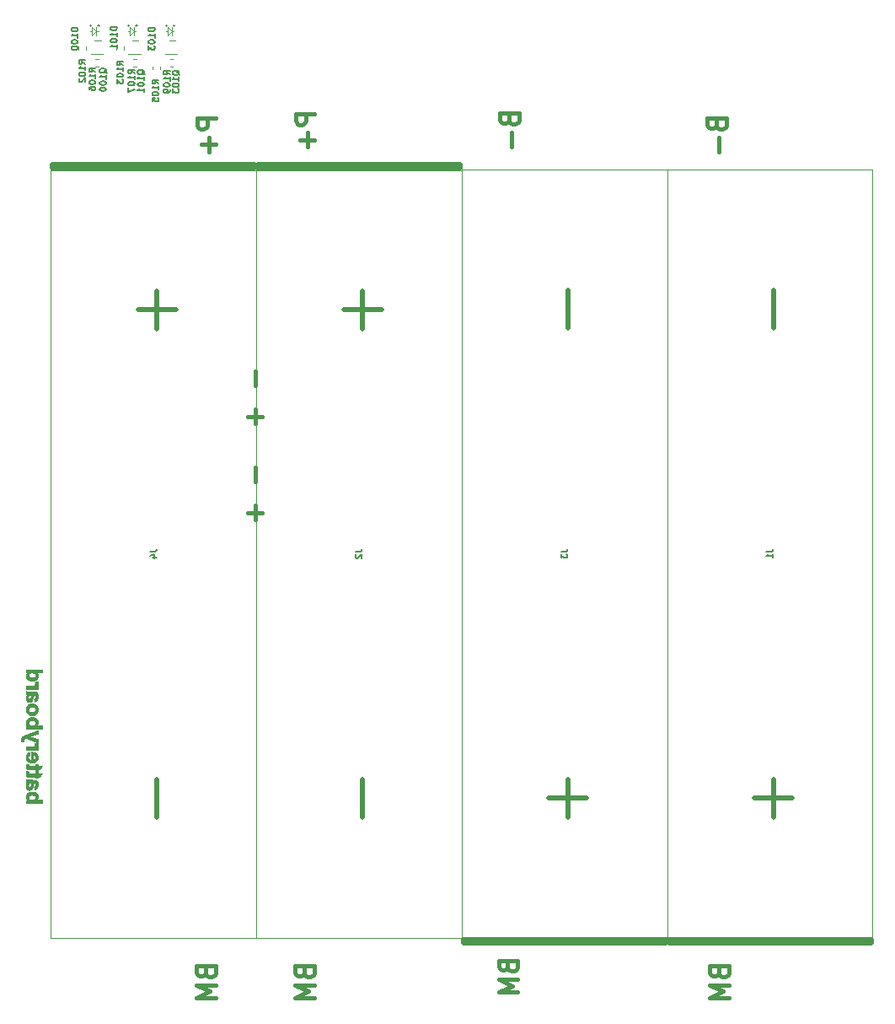
<source format=gbo>
%TF.GenerationSoftware,KiCad,Pcbnew,(5.1.10)-1*%
%TF.CreationDate,2021-11-16T14:43:47-05:00*%
%TF.ProjectId,batteryboard,62617474-6572-4796-926f-6172642e6b69,rev?*%
%TF.SameCoordinates,Original*%
%TF.FileFunction,Legend,Bot*%
%TF.FilePolarity,Positive*%
%FSLAX46Y46*%
G04 Gerber Fmt 4.6, Leading zero omitted, Abs format (unit mm)*
G04 Created by KiCad (PCBNEW (5.1.10)-1) date 2021-11-16 14:43:47*
%MOMM*%
%LPD*%
G01*
G04 APERTURE LIST*
%ADD10C,0.381000*%
%ADD11C,0.010000*%
%ADD12C,0.100000*%
%ADD13C,0.500000*%
%ADD14C,0.120000*%
%ADD15C,0.060000*%
%ADD16C,0.127000*%
G04 APERTURE END LIST*
D10*
X77542571Y-87348785D02*
X77542571Y-88800214D01*
X77542571Y-91158785D02*
X77542571Y-92610214D01*
X78268285Y-91884500D02*
X76816857Y-91884500D01*
X77542571Y-77696785D02*
X77542571Y-79148214D01*
X77542571Y-81506785D02*
X77542571Y-82958214D01*
X78268285Y-82232500D02*
X76816857Y-82232500D01*
X73632785Y-52296785D02*
X71727785Y-52296785D01*
X71727785Y-53022500D01*
X71818500Y-53203928D01*
X71909214Y-53294642D01*
X72090642Y-53385357D01*
X72362785Y-53385357D01*
X72544214Y-53294642D01*
X72634928Y-53203928D01*
X72725642Y-53022500D01*
X72725642Y-52296785D01*
X72907071Y-54201785D02*
X72907071Y-55653214D01*
X73632785Y-54927500D02*
X72181357Y-54927500D01*
X83538785Y-51852285D02*
X81633785Y-51852285D01*
X81633785Y-52578000D01*
X81724500Y-52759428D01*
X81815214Y-52850142D01*
X81996642Y-52940857D01*
X82268785Y-52940857D01*
X82450214Y-52850142D01*
X82540928Y-52759428D01*
X82631642Y-52578000D01*
X82631642Y-51852285D01*
X82813071Y-53757285D02*
X82813071Y-55208714D01*
X83538785Y-54483000D02*
X82087357Y-54483000D01*
X103051428Y-52423785D02*
X103142142Y-52695928D01*
X103232857Y-52786642D01*
X103414285Y-52877357D01*
X103686428Y-52877357D01*
X103867857Y-52786642D01*
X103958571Y-52695928D01*
X104049285Y-52514500D01*
X104049285Y-51788785D01*
X102144285Y-51788785D01*
X102144285Y-52423785D01*
X102235000Y-52605214D01*
X102325714Y-52695928D01*
X102507142Y-52786642D01*
X102688571Y-52786642D01*
X102870000Y-52695928D01*
X102960714Y-52605214D01*
X103051428Y-52423785D01*
X103051428Y-51788785D01*
X103323571Y-53693785D02*
X103323571Y-55145214D01*
X123879428Y-52931785D02*
X123970142Y-53203928D01*
X124060857Y-53294642D01*
X124242285Y-53385357D01*
X124514428Y-53385357D01*
X124695857Y-53294642D01*
X124786571Y-53203928D01*
X124877285Y-53022500D01*
X124877285Y-52296785D01*
X122972285Y-52296785D01*
X122972285Y-52931785D01*
X123063000Y-53113214D01*
X123153714Y-53203928D01*
X123335142Y-53294642D01*
X123516571Y-53294642D01*
X123698000Y-53203928D01*
X123788714Y-53113214D01*
X123879428Y-52931785D01*
X123879428Y-52296785D01*
X124151571Y-54201785D02*
X124151571Y-55653214D01*
X124133428Y-138049000D02*
X124224142Y-138321142D01*
X124314857Y-138411857D01*
X124496285Y-138502571D01*
X124768428Y-138502571D01*
X124949857Y-138411857D01*
X125040571Y-138321142D01*
X125131285Y-138139714D01*
X125131285Y-137414000D01*
X123226285Y-137414000D01*
X123226285Y-138049000D01*
X123317000Y-138230428D01*
X123407714Y-138321142D01*
X123589142Y-138411857D01*
X123770571Y-138411857D01*
X123952000Y-138321142D01*
X124042714Y-138230428D01*
X124133428Y-138049000D01*
X124133428Y-137414000D01*
X125131285Y-139319000D02*
X123226285Y-139319000D01*
X124587000Y-139954000D01*
X123226285Y-140589000D01*
X125131285Y-140589000D01*
X72571428Y-138049000D02*
X72662142Y-138321142D01*
X72752857Y-138411857D01*
X72934285Y-138502571D01*
X73206428Y-138502571D01*
X73387857Y-138411857D01*
X73478571Y-138321142D01*
X73569285Y-138139714D01*
X73569285Y-137414000D01*
X71664285Y-137414000D01*
X71664285Y-138049000D01*
X71755000Y-138230428D01*
X71845714Y-138321142D01*
X72027142Y-138411857D01*
X72208571Y-138411857D01*
X72390000Y-138321142D01*
X72480714Y-138230428D01*
X72571428Y-138049000D01*
X72571428Y-137414000D01*
X73569285Y-139319000D02*
X71664285Y-139319000D01*
X73025000Y-139954000D01*
X71664285Y-140589000D01*
X73569285Y-140589000D01*
X82477428Y-138049000D02*
X82568142Y-138321142D01*
X82658857Y-138411857D01*
X82840285Y-138502571D01*
X83112428Y-138502571D01*
X83293857Y-138411857D01*
X83384571Y-138321142D01*
X83475285Y-138139714D01*
X83475285Y-137414000D01*
X81570285Y-137414000D01*
X81570285Y-138049000D01*
X81661000Y-138230428D01*
X81751714Y-138321142D01*
X81933142Y-138411857D01*
X82114571Y-138411857D01*
X82296000Y-138321142D01*
X82386714Y-138230428D01*
X82477428Y-138049000D01*
X82477428Y-137414000D01*
X83475285Y-139319000D02*
X81570285Y-139319000D01*
X82931000Y-139954000D01*
X81570285Y-140589000D01*
X83475285Y-140589000D01*
X102924428Y-137477500D02*
X103015142Y-137749642D01*
X103105857Y-137840357D01*
X103287285Y-137931071D01*
X103559428Y-137931071D01*
X103740857Y-137840357D01*
X103831571Y-137749642D01*
X103922285Y-137568214D01*
X103922285Y-136842500D01*
X102017285Y-136842500D01*
X102017285Y-137477500D01*
X102108000Y-137658928D01*
X102198714Y-137749642D01*
X102380142Y-137840357D01*
X102561571Y-137840357D01*
X102743000Y-137749642D01*
X102833714Y-137658928D01*
X102924428Y-137477500D01*
X102924428Y-136842500D01*
X103922285Y-138747500D02*
X102017285Y-138747500D01*
X103378000Y-139382500D01*
X102017285Y-140017500D01*
X103922285Y-140017500D01*
D11*
G36*
X55729673Y-115115628D02*
G01*
X55724201Y-115056325D01*
X55714831Y-115010738D01*
X55707033Y-114990563D01*
X55697985Y-114968513D01*
X55698114Y-114956762D01*
X55699811Y-114956167D01*
X55704311Y-114945777D01*
X55707665Y-114915330D01*
X55709803Y-114865906D01*
X55710654Y-114798587D01*
X55710667Y-114788109D01*
X55710667Y-114620051D01*
X55308549Y-114484670D01*
X55221124Y-114455085D01*
X55140475Y-114427500D01*
X55068695Y-114402653D01*
X55007874Y-114381280D01*
X54960103Y-114364119D01*
X54927474Y-114351908D01*
X54912077Y-114345383D01*
X54911157Y-114344565D01*
X54921929Y-114340338D01*
X54950643Y-114330292D01*
X54995112Y-114315158D01*
X55053151Y-114295672D01*
X55122574Y-114272564D01*
X55201196Y-114246568D01*
X55286830Y-114218417D01*
X55310629Y-114210621D01*
X55705375Y-114081402D01*
X55708296Y-113914297D01*
X55709250Y-113851514D01*
X55709375Y-113806991D01*
X55708380Y-113777826D01*
X55705979Y-113761118D01*
X55701881Y-113753967D01*
X55695800Y-113753472D01*
X55692421Y-113754616D01*
X55679454Y-113759448D01*
X55648313Y-113770911D01*
X55600706Y-113788381D01*
X55538341Y-113811230D01*
X55462929Y-113838835D01*
X55376178Y-113870570D01*
X55279797Y-113905808D01*
X55175495Y-113943925D01*
X55064981Y-113984296D01*
X55022750Y-113999718D01*
X54908336Y-114041637D01*
X54797985Y-114082333D01*
X54693611Y-114121084D01*
X54597129Y-114157167D01*
X54510453Y-114189859D01*
X54435498Y-114218436D01*
X54374178Y-114242176D01*
X54328408Y-114260355D01*
X54300103Y-114272251D01*
X54295655Y-114274316D01*
X54215985Y-114322160D01*
X54153715Y-114379716D01*
X54109928Y-114445917D01*
X54100751Y-114466808D01*
X54090204Y-114497253D01*
X54082987Y-114528747D01*
X54078394Y-114566637D01*
X54075716Y-114616271D01*
X54074528Y-114665125D01*
X54074003Y-114718963D01*
X54074284Y-114766776D01*
X54075291Y-114803696D01*
X54076944Y-114824860D01*
X54077162Y-114826021D01*
X54081907Y-114839818D01*
X54091756Y-114849315D01*
X54110716Y-114855906D01*
X54142794Y-114860982D01*
X54191958Y-114865935D01*
X54235034Y-114870232D01*
X54274465Y-114874826D01*
X54299700Y-114878409D01*
X54333358Y-114884162D01*
X54327377Y-114805077D01*
X54324834Y-114740663D01*
X54329141Y-114691542D01*
X54341462Y-114652615D01*
X54362964Y-114618784D01*
X54372561Y-114607551D01*
X54403441Y-114580552D01*
X54443932Y-114554465D01*
X54486561Y-114533340D01*
X54523856Y-114521230D01*
X54534295Y-114519869D01*
X54546762Y-114523357D01*
X54576788Y-114533574D01*
X54622158Y-114549691D01*
X54680661Y-114570877D01*
X54750083Y-114596302D01*
X54828213Y-114625136D01*
X54912837Y-114656547D01*
X55001743Y-114689706D01*
X55092718Y-114723783D01*
X55183550Y-114757946D01*
X55272025Y-114791367D01*
X55355932Y-114823214D01*
X55433057Y-114852657D01*
X55501188Y-114878866D01*
X55558112Y-114901010D01*
X55601616Y-114918259D01*
X55629488Y-114929783D01*
X55639358Y-114934556D01*
X55633241Y-114940545D01*
X55610621Y-114951640D01*
X55575081Y-114966259D01*
X55530200Y-114982818D01*
X55530144Y-114982838D01*
X55483740Y-114999657D01*
X55445123Y-115014609D01*
X55418439Y-115026023D01*
X55407906Y-115032088D01*
X55409311Y-115045539D01*
X55418633Y-115070126D01*
X55424516Y-115082382D01*
X55439984Y-115127718D01*
X55445762Y-115178808D01*
X55441630Y-115227306D01*
X55429203Y-115261934D01*
X55393640Y-115301750D01*
X55338806Y-115333805D01*
X55282041Y-115353464D01*
X55258766Y-115358662D01*
X55229018Y-115362984D01*
X55190431Y-115366566D01*
X55140640Y-115369543D01*
X55077280Y-115372051D01*
X54997984Y-115374225D01*
X54900386Y-115376199D01*
X54877229Y-115376603D01*
X54535916Y-115382424D01*
X54535916Y-115697000D01*
X55710666Y-115697000D01*
X55710666Y-115400667D01*
X55634228Y-115400667D01*
X55595260Y-115400434D01*
X55574509Y-115399052D01*
X55569030Y-115395498D01*
X55575873Y-115388748D01*
X55583957Y-115383212D01*
X55628543Y-115348199D01*
X55670614Y-115306035D01*
X55703457Y-115263774D01*
X55712765Y-115247920D01*
X55723629Y-115223009D01*
X55729487Y-115196767D01*
X55731187Y-115162560D01*
X55729673Y-115115628D01*
G37*
X55729673Y-115115628D02*
X55724201Y-115056325D01*
X55714831Y-115010738D01*
X55707033Y-114990563D01*
X55697985Y-114968513D01*
X55698114Y-114956762D01*
X55699811Y-114956167D01*
X55704311Y-114945777D01*
X55707665Y-114915330D01*
X55709803Y-114865906D01*
X55710654Y-114798587D01*
X55710667Y-114788109D01*
X55710667Y-114620051D01*
X55308549Y-114484670D01*
X55221124Y-114455085D01*
X55140475Y-114427500D01*
X55068695Y-114402653D01*
X55007874Y-114381280D01*
X54960103Y-114364119D01*
X54927474Y-114351908D01*
X54912077Y-114345383D01*
X54911157Y-114344565D01*
X54921929Y-114340338D01*
X54950643Y-114330292D01*
X54995112Y-114315158D01*
X55053151Y-114295672D01*
X55122574Y-114272564D01*
X55201196Y-114246568D01*
X55286830Y-114218417D01*
X55310629Y-114210621D01*
X55705375Y-114081402D01*
X55708296Y-113914297D01*
X55709250Y-113851514D01*
X55709375Y-113806991D01*
X55708380Y-113777826D01*
X55705979Y-113761118D01*
X55701881Y-113753967D01*
X55695800Y-113753472D01*
X55692421Y-113754616D01*
X55679454Y-113759448D01*
X55648313Y-113770911D01*
X55600706Y-113788381D01*
X55538341Y-113811230D01*
X55462929Y-113838835D01*
X55376178Y-113870570D01*
X55279797Y-113905808D01*
X55175495Y-113943925D01*
X55064981Y-113984296D01*
X55022750Y-113999718D01*
X54908336Y-114041637D01*
X54797985Y-114082333D01*
X54693611Y-114121084D01*
X54597129Y-114157167D01*
X54510453Y-114189859D01*
X54435498Y-114218436D01*
X54374178Y-114242176D01*
X54328408Y-114260355D01*
X54300103Y-114272251D01*
X54295655Y-114274316D01*
X54215985Y-114322160D01*
X54153715Y-114379716D01*
X54109928Y-114445917D01*
X54100751Y-114466808D01*
X54090204Y-114497253D01*
X54082987Y-114528747D01*
X54078394Y-114566637D01*
X54075716Y-114616271D01*
X54074528Y-114665125D01*
X54074003Y-114718963D01*
X54074284Y-114766776D01*
X54075291Y-114803696D01*
X54076944Y-114824860D01*
X54077162Y-114826021D01*
X54081907Y-114839818D01*
X54091756Y-114849315D01*
X54110716Y-114855906D01*
X54142794Y-114860982D01*
X54191958Y-114865935D01*
X54235034Y-114870232D01*
X54274465Y-114874826D01*
X54299700Y-114878409D01*
X54333358Y-114884162D01*
X54327377Y-114805077D01*
X54324834Y-114740663D01*
X54329141Y-114691542D01*
X54341462Y-114652615D01*
X54362964Y-114618784D01*
X54372561Y-114607551D01*
X54403441Y-114580552D01*
X54443932Y-114554465D01*
X54486561Y-114533340D01*
X54523856Y-114521230D01*
X54534295Y-114519869D01*
X54546762Y-114523357D01*
X54576788Y-114533574D01*
X54622158Y-114549691D01*
X54680661Y-114570877D01*
X54750083Y-114596302D01*
X54828213Y-114625136D01*
X54912837Y-114656547D01*
X55001743Y-114689706D01*
X55092718Y-114723783D01*
X55183550Y-114757946D01*
X55272025Y-114791367D01*
X55355932Y-114823214D01*
X55433057Y-114852657D01*
X55501188Y-114878866D01*
X55558112Y-114901010D01*
X55601616Y-114918259D01*
X55629488Y-114929783D01*
X55639358Y-114934556D01*
X55633241Y-114940545D01*
X55610621Y-114951640D01*
X55575081Y-114966259D01*
X55530200Y-114982818D01*
X55530144Y-114982838D01*
X55483740Y-114999657D01*
X55445123Y-115014609D01*
X55418439Y-115026023D01*
X55407906Y-115032088D01*
X55409311Y-115045539D01*
X55418633Y-115070126D01*
X55424516Y-115082382D01*
X55439984Y-115127718D01*
X55445762Y-115178808D01*
X55441630Y-115227306D01*
X55429203Y-115261934D01*
X55393640Y-115301750D01*
X55338806Y-115333805D01*
X55282041Y-115353464D01*
X55258766Y-115358662D01*
X55229018Y-115362984D01*
X55190431Y-115366566D01*
X55140640Y-115369543D01*
X55077280Y-115372051D01*
X54997984Y-115374225D01*
X54900386Y-115376199D01*
X54877229Y-115376603D01*
X54535916Y-115382424D01*
X54535916Y-115697000D01*
X55710666Y-115697000D01*
X55710666Y-115400667D01*
X55634228Y-115400667D01*
X55595260Y-115400434D01*
X55574509Y-115399052D01*
X55569030Y-115395498D01*
X55575873Y-115388748D01*
X55583957Y-115383212D01*
X55628543Y-115348199D01*
X55670614Y-115306035D01*
X55703457Y-115263774D01*
X55712765Y-115247920D01*
X55723629Y-115223009D01*
X55729487Y-115196767D01*
X55731187Y-115162560D01*
X55729673Y-115115628D01*
G36*
X56152804Y-120885479D02*
G01*
X56149875Y-120729375D01*
X55872084Y-120726554D01*
X55594292Y-120723732D01*
X55640544Y-120666947D01*
X55675534Y-120619822D01*
X55699921Y-120575059D01*
X55715408Y-120527083D01*
X55723697Y-120470320D01*
X55726490Y-120399195D01*
X55726541Y-120385417D01*
X55726177Y-120331573D01*
X55724379Y-120292874D01*
X55720090Y-120263302D01*
X55712254Y-120236841D01*
X55699815Y-120207470D01*
X55692584Y-120192019D01*
X55642203Y-120109949D01*
X55575044Y-120040022D01*
X55492239Y-119983099D01*
X55394920Y-119940043D01*
X55340250Y-119923749D01*
X55285491Y-119914085D01*
X55216469Y-119908249D01*
X55139742Y-119906252D01*
X55061866Y-119908101D01*
X54989398Y-119913807D01*
X54929815Y-119923177D01*
X54828531Y-119954394D01*
X54737366Y-120000999D01*
X54658731Y-120061202D01*
X54595035Y-120133214D01*
X54554694Y-120201826D01*
X54537776Y-120240614D01*
X54527205Y-120274201D01*
X54521270Y-120310591D01*
X54518260Y-120357787D01*
X54517683Y-120374833D01*
X54517053Y-120427695D01*
X54519580Y-120467225D01*
X54526288Y-120501151D01*
X54538203Y-120537200D01*
X54539762Y-120541331D01*
X54579051Y-120621823D01*
X54633038Y-120691989D01*
X54662719Y-120721387D01*
X54699958Y-120755732D01*
X54617937Y-120755783D01*
X54535916Y-120755833D01*
X54535916Y-121041583D01*
X55142013Y-121041583D01*
X55142013Y-120732360D01*
X55053177Y-120726723D01*
X54971769Y-120708695D01*
X54900597Y-120679231D01*
X54842468Y-120639282D01*
X54800191Y-120589803D01*
X54791317Y-120573849D01*
X54774203Y-120521212D01*
X54769088Y-120462359D01*
X54776216Y-120406293D01*
X54785997Y-120378729D01*
X54814642Y-120337111D01*
X54857374Y-120297550D01*
X54907420Y-120265691D01*
X54936671Y-120253125D01*
X54971200Y-120244224D01*
X55017782Y-120236215D01*
X55067312Y-120230613D01*
X55075698Y-120229987D01*
X55177237Y-120229538D01*
X55267405Y-120242319D01*
X55344511Y-120267782D01*
X55406868Y-120305377D01*
X55450979Y-120351933D01*
X55467577Y-120377709D01*
X55477238Y-120400897D01*
X55481798Y-120428845D01*
X55483095Y-120468905D01*
X55483125Y-120480537D01*
X55482363Y-120524108D01*
X55478835Y-120553792D01*
X55470677Y-120576850D01*
X55456025Y-120600544D01*
X55450239Y-120608648D01*
X55400463Y-120659489D01*
X55334729Y-120697281D01*
X55254230Y-120721379D01*
X55235469Y-120724654D01*
X55142013Y-120732360D01*
X55142013Y-121041583D01*
X56155731Y-121041583D01*
X56152804Y-120885479D01*
G37*
X56152804Y-120885479D02*
X56149875Y-120729375D01*
X55872084Y-120726554D01*
X55594292Y-120723732D01*
X55640544Y-120666947D01*
X55675534Y-120619822D01*
X55699921Y-120575059D01*
X55715408Y-120527083D01*
X55723697Y-120470320D01*
X55726490Y-120399195D01*
X55726541Y-120385417D01*
X55726177Y-120331573D01*
X55724379Y-120292874D01*
X55720090Y-120263302D01*
X55712254Y-120236841D01*
X55699815Y-120207470D01*
X55692584Y-120192019D01*
X55642203Y-120109949D01*
X55575044Y-120040022D01*
X55492239Y-119983099D01*
X55394920Y-119940043D01*
X55340250Y-119923749D01*
X55285491Y-119914085D01*
X55216469Y-119908249D01*
X55139742Y-119906252D01*
X55061866Y-119908101D01*
X54989398Y-119913807D01*
X54929815Y-119923177D01*
X54828531Y-119954394D01*
X54737366Y-120000999D01*
X54658731Y-120061202D01*
X54595035Y-120133214D01*
X54554694Y-120201826D01*
X54537776Y-120240614D01*
X54527205Y-120274201D01*
X54521270Y-120310591D01*
X54518260Y-120357787D01*
X54517683Y-120374833D01*
X54517053Y-120427695D01*
X54519580Y-120467225D01*
X54526288Y-120501151D01*
X54538203Y-120537200D01*
X54539762Y-120541331D01*
X54579051Y-120621823D01*
X54633038Y-120691989D01*
X54662719Y-120721387D01*
X54699958Y-120755732D01*
X54617937Y-120755783D01*
X54535916Y-120755833D01*
X54535916Y-121041583D01*
X55142013Y-121041583D01*
X55142013Y-120732360D01*
X55053177Y-120726723D01*
X54971769Y-120708695D01*
X54900597Y-120679231D01*
X54842468Y-120639282D01*
X54800191Y-120589803D01*
X54791317Y-120573849D01*
X54774203Y-120521212D01*
X54769088Y-120462359D01*
X54776216Y-120406293D01*
X54785997Y-120378729D01*
X54814642Y-120337111D01*
X54857374Y-120297550D01*
X54907420Y-120265691D01*
X54936671Y-120253125D01*
X54971200Y-120244224D01*
X55017782Y-120236215D01*
X55067312Y-120230613D01*
X55075698Y-120229987D01*
X55177237Y-120229538D01*
X55267405Y-120242319D01*
X55344511Y-120267782D01*
X55406868Y-120305377D01*
X55450979Y-120351933D01*
X55467577Y-120377709D01*
X55477238Y-120400897D01*
X55481798Y-120428845D01*
X55483095Y-120468905D01*
X55483125Y-120480537D01*
X55482363Y-120524108D01*
X55478835Y-120553792D01*
X55470677Y-120576850D01*
X55456025Y-120600544D01*
X55450239Y-120608648D01*
X55400463Y-120659489D01*
X55334729Y-120697281D01*
X55254230Y-120721379D01*
X55235469Y-120724654D01*
X55142013Y-120732360D01*
X55142013Y-121041583D01*
X56155731Y-121041583D01*
X56152804Y-120885479D01*
G36*
X55731855Y-119159864D02*
G01*
X55729795Y-119095547D01*
X55725736Y-119040899D01*
X55721447Y-119010358D01*
X55701394Y-118937626D01*
X55671291Y-118870908D01*
X55633757Y-118814542D01*
X55591412Y-118772868D01*
X55569795Y-118759175D01*
X55549540Y-118749359D01*
X55528846Y-118741295D01*
X55505365Y-118734763D01*
X55476748Y-118729542D01*
X55440646Y-118725411D01*
X55394710Y-118722150D01*
X55336591Y-118719539D01*
X55263940Y-118717355D01*
X55174409Y-118715380D01*
X55086250Y-118713752D01*
X54985093Y-118711918D01*
X54902724Y-118710228D01*
X54836768Y-118708517D01*
X54784849Y-118706621D01*
X54744590Y-118704376D01*
X54713617Y-118701618D01*
X54689552Y-118698184D01*
X54670021Y-118693909D01*
X54652647Y-118688630D01*
X54636458Y-118682719D01*
X54597083Y-118667227D01*
X54569426Y-118657404D01*
X54551511Y-118655683D01*
X54541362Y-118664494D01*
X54537000Y-118686270D01*
X54536450Y-118723442D01*
X54537734Y-118778442D01*
X54538272Y-118803492D01*
X54541208Y-118959855D01*
X54583541Y-118974261D01*
X54613302Y-118984466D01*
X54635504Y-118992213D01*
X54639277Y-118993568D01*
X54642532Y-119003570D01*
X54631374Y-119026701D01*
X54615595Y-119050088D01*
X54572348Y-119116595D01*
X54543547Y-119178337D01*
X54526565Y-119243060D01*
X54518773Y-119318508D01*
X54518022Y-119337610D01*
X54517278Y-119396229D01*
X54519658Y-119440825D01*
X54525870Y-119478404D01*
X54535746Y-119513319D01*
X54567402Y-119580654D01*
X54614315Y-119642322D01*
X54671075Y-119691605D01*
X54687776Y-119702143D01*
X54752054Y-119728663D01*
X54825976Y-119741836D01*
X54902624Y-119741496D01*
X54906856Y-119740678D01*
X54906856Y-119423821D01*
X54860266Y-119422601D01*
X54815502Y-119405129D01*
X54776646Y-119372131D01*
X54751292Y-119332375D01*
X54741082Y-119290232D01*
X54742245Y-119238743D01*
X54753899Y-119185821D01*
X54772321Y-119144022D01*
X54800087Y-119101544D01*
X54828412Y-119071136D01*
X54861854Y-119050404D01*
X54904973Y-119036953D01*
X54962328Y-119028386D01*
X54998661Y-119025117D01*
X55094516Y-119017618D01*
X55065104Y-119137955D01*
X55047811Y-119208224D01*
X55034387Y-119261045D01*
X55023823Y-119299567D01*
X55015107Y-119326938D01*
X55007230Y-119346307D01*
X54999182Y-119360822D01*
X54989953Y-119373632D01*
X54989187Y-119374609D01*
X54951190Y-119408066D01*
X54906856Y-119423821D01*
X54906856Y-119740678D01*
X54975082Y-119727478D01*
X55018508Y-119710010D01*
X55071452Y-119675207D01*
X55116027Y-119628746D01*
X55153475Y-119568483D01*
X55185039Y-119492272D01*
X55211960Y-119397969D01*
X55220169Y-119361902D01*
X55237265Y-119284868D01*
X55254147Y-119212829D01*
X55270068Y-119148663D01*
X55284275Y-119095250D01*
X55296019Y-119055468D01*
X55304551Y-119032195D01*
X55307208Y-119027808D01*
X55324187Y-119023304D01*
X55353543Y-119025715D01*
X55388187Y-119033654D01*
X55421026Y-119045732D01*
X55434181Y-119052662D01*
X55462080Y-119080434D01*
X55479646Y-119124143D01*
X55487188Y-119184888D01*
X55486631Y-119238930D01*
X55481988Y-119288515D01*
X55473085Y-119322950D01*
X55460807Y-119345067D01*
X55436562Y-119371218D01*
X55404540Y-119397871D01*
X55373086Y-119418488D01*
X55358856Y-119424951D01*
X55354756Y-119433731D01*
X55354898Y-119457181D01*
X55359437Y-119497139D01*
X55368532Y-119555440D01*
X55371460Y-119572658D01*
X55396193Y-119716321D01*
X55427471Y-119707351D01*
X55514527Y-119671963D01*
X55589069Y-119620149D01*
X55649538Y-119553592D01*
X55694375Y-119473978D01*
X55720440Y-119390831D01*
X55726210Y-119349334D01*
X55730046Y-119292908D01*
X55731934Y-119227701D01*
X55731855Y-119159864D01*
G37*
X55731855Y-119159864D02*
X55729795Y-119095547D01*
X55725736Y-119040899D01*
X55721447Y-119010358D01*
X55701394Y-118937626D01*
X55671291Y-118870908D01*
X55633757Y-118814542D01*
X55591412Y-118772868D01*
X55569795Y-118759175D01*
X55549540Y-118749359D01*
X55528846Y-118741295D01*
X55505365Y-118734763D01*
X55476748Y-118729542D01*
X55440646Y-118725411D01*
X55394710Y-118722150D01*
X55336591Y-118719539D01*
X55263940Y-118717355D01*
X55174409Y-118715380D01*
X55086250Y-118713752D01*
X54985093Y-118711918D01*
X54902724Y-118710228D01*
X54836768Y-118708517D01*
X54784849Y-118706621D01*
X54744590Y-118704376D01*
X54713617Y-118701618D01*
X54689552Y-118698184D01*
X54670021Y-118693909D01*
X54652647Y-118688630D01*
X54636458Y-118682719D01*
X54597083Y-118667227D01*
X54569426Y-118657404D01*
X54551511Y-118655683D01*
X54541362Y-118664494D01*
X54537000Y-118686270D01*
X54536450Y-118723442D01*
X54537734Y-118778442D01*
X54538272Y-118803492D01*
X54541208Y-118959855D01*
X54583541Y-118974261D01*
X54613302Y-118984466D01*
X54635504Y-118992213D01*
X54639277Y-118993568D01*
X54642532Y-119003570D01*
X54631374Y-119026701D01*
X54615595Y-119050088D01*
X54572348Y-119116595D01*
X54543547Y-119178337D01*
X54526565Y-119243060D01*
X54518773Y-119318508D01*
X54518022Y-119337610D01*
X54517278Y-119396229D01*
X54519658Y-119440825D01*
X54525870Y-119478404D01*
X54535746Y-119513319D01*
X54567402Y-119580654D01*
X54614315Y-119642322D01*
X54671075Y-119691605D01*
X54687776Y-119702143D01*
X54752054Y-119728663D01*
X54825976Y-119741836D01*
X54902624Y-119741496D01*
X54906856Y-119740678D01*
X54906856Y-119423821D01*
X54860266Y-119422601D01*
X54815502Y-119405129D01*
X54776646Y-119372131D01*
X54751292Y-119332375D01*
X54741082Y-119290232D01*
X54742245Y-119238743D01*
X54753899Y-119185821D01*
X54772321Y-119144022D01*
X54800087Y-119101544D01*
X54828412Y-119071136D01*
X54861854Y-119050404D01*
X54904973Y-119036953D01*
X54962328Y-119028386D01*
X54998661Y-119025117D01*
X55094516Y-119017618D01*
X55065104Y-119137955D01*
X55047811Y-119208224D01*
X55034387Y-119261045D01*
X55023823Y-119299567D01*
X55015107Y-119326938D01*
X55007230Y-119346307D01*
X54999182Y-119360822D01*
X54989953Y-119373632D01*
X54989187Y-119374609D01*
X54951190Y-119408066D01*
X54906856Y-119423821D01*
X54906856Y-119740678D01*
X54975082Y-119727478D01*
X55018508Y-119710010D01*
X55071452Y-119675207D01*
X55116027Y-119628746D01*
X55153475Y-119568483D01*
X55185039Y-119492272D01*
X55211960Y-119397969D01*
X55220169Y-119361902D01*
X55237265Y-119284868D01*
X55254147Y-119212829D01*
X55270068Y-119148663D01*
X55284275Y-119095250D01*
X55296019Y-119055468D01*
X55304551Y-119032195D01*
X55307208Y-119027808D01*
X55324187Y-119023304D01*
X55353543Y-119025715D01*
X55388187Y-119033654D01*
X55421026Y-119045732D01*
X55434181Y-119052662D01*
X55462080Y-119080434D01*
X55479646Y-119124143D01*
X55487188Y-119184888D01*
X55486631Y-119238930D01*
X55481988Y-119288515D01*
X55473085Y-119322950D01*
X55460807Y-119345067D01*
X55436562Y-119371218D01*
X55404540Y-119397871D01*
X55373086Y-119418488D01*
X55358856Y-119424951D01*
X55354756Y-119433731D01*
X55354898Y-119457181D01*
X55359437Y-119497139D01*
X55368532Y-119555440D01*
X55371460Y-119572658D01*
X55396193Y-119716321D01*
X55427471Y-119707351D01*
X55514527Y-119671963D01*
X55589069Y-119620149D01*
X55649538Y-119553592D01*
X55694375Y-119473978D01*
X55720440Y-119390831D01*
X55726210Y-119349334D01*
X55730046Y-119292908D01*
X55731934Y-119227701D01*
X55731855Y-119159864D01*
G36*
X55916389Y-118091256D02*
G01*
X55710666Y-118088386D01*
X55710666Y-117877167D01*
X55456666Y-117877167D01*
X55456666Y-117983445D01*
X55456667Y-118089724D01*
X55140261Y-118086633D01*
X55049820Y-118085682D01*
X54978141Y-118084679D01*
X54922823Y-118083455D01*
X54881461Y-118081836D01*
X54851653Y-118079653D01*
X54830995Y-118076732D01*
X54817084Y-118072903D01*
X54807517Y-118067995D01*
X54800502Y-118062392D01*
X54786496Y-118046221D01*
X54781024Y-118026650D01*
X54782211Y-117995750D01*
X54782995Y-117988309D01*
X54787898Y-117950815D01*
X54793497Y-117917552D01*
X54795733Y-117907165D01*
X54798484Y-117891314D01*
X54793958Y-117882052D01*
X54777734Y-117876480D01*
X54745386Y-117871701D01*
X54740708Y-117871106D01*
X54691978Y-117866274D01*
X54639011Y-117862972D01*
X54616535Y-117862274D01*
X54554278Y-117861292D01*
X54538544Y-117903625D01*
X54531197Y-117933454D01*
X54524770Y-117978162D01*
X54520058Y-118031459D01*
X54518478Y-118062375D01*
X54517133Y-118119841D01*
X54518453Y-118162316D01*
X54522991Y-118195872D01*
X54531302Y-118226577D01*
X54534229Y-118235067D01*
X54552612Y-118274844D01*
X54576687Y-118312482D01*
X54589108Y-118327242D01*
X54607236Y-118345037D01*
X54625313Y-118359648D01*
X54645582Y-118371419D01*
X54670288Y-118380693D01*
X54701673Y-118387815D01*
X54741982Y-118393128D01*
X54793457Y-118396976D01*
X54858342Y-118399702D01*
X54938881Y-118401651D01*
X55037318Y-118403165D01*
X55088896Y-118403806D01*
X55456666Y-118408205D01*
X55456666Y-118543917D01*
X55710666Y-118543917D01*
X55710666Y-118406333D01*
X55940424Y-118406333D01*
X56031267Y-118250229D01*
X56122111Y-118094125D01*
X55916389Y-118091256D01*
G37*
X55916389Y-118091256D02*
X55710666Y-118088386D01*
X55710666Y-117877167D01*
X55456666Y-117877167D01*
X55456666Y-117983445D01*
X55456667Y-118089724D01*
X55140261Y-118086633D01*
X55049820Y-118085682D01*
X54978141Y-118084679D01*
X54922823Y-118083455D01*
X54881461Y-118081836D01*
X54851653Y-118079653D01*
X54830995Y-118076732D01*
X54817084Y-118072903D01*
X54807517Y-118067995D01*
X54800502Y-118062392D01*
X54786496Y-118046221D01*
X54781024Y-118026650D01*
X54782211Y-117995750D01*
X54782995Y-117988309D01*
X54787898Y-117950815D01*
X54793497Y-117917552D01*
X54795733Y-117907165D01*
X54798484Y-117891314D01*
X54793958Y-117882052D01*
X54777734Y-117876480D01*
X54745386Y-117871701D01*
X54740708Y-117871106D01*
X54691978Y-117866274D01*
X54639011Y-117862972D01*
X54616535Y-117862274D01*
X54554278Y-117861292D01*
X54538544Y-117903625D01*
X54531197Y-117933454D01*
X54524770Y-117978162D01*
X54520058Y-118031459D01*
X54518478Y-118062375D01*
X54517133Y-118119841D01*
X54518453Y-118162316D01*
X54522991Y-118195872D01*
X54531302Y-118226577D01*
X54534229Y-118235067D01*
X54552612Y-118274844D01*
X54576687Y-118312482D01*
X54589108Y-118327242D01*
X54607236Y-118345037D01*
X54625313Y-118359648D01*
X54645582Y-118371419D01*
X54670288Y-118380693D01*
X54701673Y-118387815D01*
X54741982Y-118393128D01*
X54793457Y-118396976D01*
X54858342Y-118399702D01*
X54938881Y-118401651D01*
X55037318Y-118403165D01*
X55088896Y-118403806D01*
X55456666Y-118408205D01*
X55456666Y-118543917D01*
X55710666Y-118543917D01*
X55710666Y-118406333D01*
X55940424Y-118406333D01*
X56031267Y-118250229D01*
X56122111Y-118094125D01*
X55916389Y-118091256D01*
G36*
X56113369Y-117340753D02*
G01*
X56085366Y-117339454D01*
X56042620Y-117338416D01*
X55988342Y-117337713D01*
X55925745Y-117337421D01*
X55917425Y-117337417D01*
X55711433Y-117337417D01*
X55708404Y-117234229D01*
X55705375Y-117131042D01*
X55581021Y-117128060D01*
X55456666Y-117125078D01*
X55456666Y-117337417D01*
X55139166Y-117337417D01*
X55048825Y-117337371D01*
X54977256Y-117337128D01*
X54922067Y-117336529D01*
X54880863Y-117335416D01*
X54851253Y-117333630D01*
X54830841Y-117331013D01*
X54817234Y-117327407D01*
X54808039Y-117322652D01*
X54800862Y-117316591D01*
X54799158Y-117314908D01*
X54785843Y-117298066D01*
X54780796Y-117278230D01*
X54782403Y-117247473D01*
X54783524Y-117238179D01*
X54789776Y-117191861D01*
X54792406Y-117161093D01*
X54788254Y-117142256D01*
X54774164Y-117131733D01*
X54746978Y-117125909D01*
X54703538Y-117121165D01*
X54679100Y-117118560D01*
X54625153Y-117113105D01*
X54588846Y-117110983D01*
X54566919Y-117112187D01*
X54556108Y-117116712D01*
X54554783Y-117118325D01*
X54540817Y-117151612D01*
X54529752Y-117200361D01*
X54521940Y-117259018D01*
X54517732Y-117322034D01*
X54517479Y-117383856D01*
X54521532Y-117438932D01*
X54530242Y-117481711D01*
X54531555Y-117485583D01*
X54564281Y-117551920D01*
X54608798Y-117600918D01*
X54651185Y-117627070D01*
X54664963Y-117633028D01*
X54679454Y-117637865D01*
X54696979Y-117641723D01*
X54719859Y-117644740D01*
X54750418Y-117647058D01*
X54790975Y-117648816D01*
X54843854Y-117650156D01*
X54911375Y-117651217D01*
X54995860Y-117652140D01*
X55078312Y-117652882D01*
X55456667Y-117656138D01*
X55456666Y-117729611D01*
X55456666Y-117803083D01*
X55710666Y-117803083D01*
X55710666Y-117655610D01*
X55828387Y-117652618D01*
X55946108Y-117649625D01*
X56034762Y-117498341D01*
X56064283Y-117447689D01*
X56089639Y-117403655D01*
X56109056Y-117369364D01*
X56120761Y-117347938D01*
X56123417Y-117342237D01*
X56113369Y-117340753D01*
G37*
X56113369Y-117340753D02*
X56085366Y-117339454D01*
X56042620Y-117338416D01*
X55988342Y-117337713D01*
X55925745Y-117337421D01*
X55917425Y-117337417D01*
X55711433Y-117337417D01*
X55708404Y-117234229D01*
X55705375Y-117131042D01*
X55581021Y-117128060D01*
X55456666Y-117125078D01*
X55456666Y-117337417D01*
X55139166Y-117337417D01*
X55048825Y-117337371D01*
X54977256Y-117337128D01*
X54922067Y-117336529D01*
X54880863Y-117335416D01*
X54851253Y-117333630D01*
X54830841Y-117331013D01*
X54817234Y-117327407D01*
X54808039Y-117322652D01*
X54800862Y-117316591D01*
X54799158Y-117314908D01*
X54785843Y-117298066D01*
X54780796Y-117278230D01*
X54782403Y-117247473D01*
X54783524Y-117238179D01*
X54789776Y-117191861D01*
X54792406Y-117161093D01*
X54788254Y-117142256D01*
X54774164Y-117131733D01*
X54746978Y-117125909D01*
X54703538Y-117121165D01*
X54679100Y-117118560D01*
X54625153Y-117113105D01*
X54588846Y-117110983D01*
X54566919Y-117112187D01*
X54556108Y-117116712D01*
X54554783Y-117118325D01*
X54540817Y-117151612D01*
X54529752Y-117200361D01*
X54521940Y-117259018D01*
X54517732Y-117322034D01*
X54517479Y-117383856D01*
X54521532Y-117438932D01*
X54530242Y-117481711D01*
X54531555Y-117485583D01*
X54564281Y-117551920D01*
X54608798Y-117600918D01*
X54651185Y-117627070D01*
X54664963Y-117633028D01*
X54679454Y-117637865D01*
X54696979Y-117641723D01*
X54719859Y-117644740D01*
X54750418Y-117647058D01*
X54790975Y-117648816D01*
X54843854Y-117650156D01*
X54911375Y-117651217D01*
X54995860Y-117652140D01*
X55078312Y-117652882D01*
X55456667Y-117656138D01*
X55456666Y-117729611D01*
X55456666Y-117803083D01*
X55710666Y-117803083D01*
X55710666Y-117655610D01*
X55828387Y-117652618D01*
X55946108Y-117649625D01*
X56034762Y-117498341D01*
X56064283Y-117447689D01*
X56089639Y-117403655D01*
X56109056Y-117369364D01*
X56120761Y-117347938D01*
X56123417Y-117342237D01*
X56113369Y-117340753D01*
G36*
X55728796Y-116383643D02*
G01*
X55722890Y-116342425D01*
X55716106Y-116315067D01*
X55677942Y-116215707D01*
X55625421Y-116131765D01*
X55557933Y-116062612D01*
X55474871Y-116007616D01*
X55381434Y-115968060D01*
X55330581Y-115954202D01*
X55266333Y-115941195D01*
X55196458Y-115930240D01*
X55128723Y-115922537D01*
X55070898Y-115919285D01*
X55065500Y-115919250D01*
X55033333Y-115919250D01*
X55033333Y-116691833D01*
X55008796Y-116691833D01*
X54964142Y-116685443D01*
X54913123Y-116668687D01*
X54865261Y-116645184D01*
X54839880Y-116627614D01*
X54792452Y-116575689D01*
X54763893Y-116514481D01*
X54754781Y-116448417D01*
X54763219Y-116384178D01*
X54788771Y-116332347D01*
X54831679Y-116292590D01*
X54884698Y-116267077D01*
X54906798Y-116257464D01*
X54916749Y-116249358D01*
X54916794Y-116248944D01*
X54914831Y-116231146D01*
X54909818Y-116198665D01*
X54902599Y-116156071D01*
X54894019Y-116107935D01*
X54884919Y-116058828D01*
X54876145Y-116013321D01*
X54868539Y-115975984D01*
X54862944Y-115951390D01*
X54860521Y-115943994D01*
X54846498Y-115943673D01*
X54819898Y-115953670D01*
X54785004Y-115971510D01*
X54746099Y-115994714D01*
X54707468Y-116020806D01*
X54673393Y-116047308D01*
X54658482Y-116060834D01*
X54597056Y-116134506D01*
X54552251Y-116219972D01*
X54530537Y-116286421D01*
X54521758Y-116336819D01*
X54516886Y-116400632D01*
X54515897Y-116470475D01*
X54518768Y-116538962D01*
X54525476Y-116598711D01*
X54531606Y-116628333D01*
X54567616Y-116725933D01*
X54620146Y-116810405D01*
X54688876Y-116881445D01*
X54773486Y-116938749D01*
X54873655Y-116982013D01*
X54917681Y-116995232D01*
X54974033Y-117005703D01*
X55044153Y-117011924D01*
X55121070Y-117013893D01*
X55197818Y-117011608D01*
X55223833Y-117009165D01*
X55223833Y-116688291D01*
X55223833Y-116234347D01*
X55274104Y-116241785D01*
X55346797Y-116261389D01*
X55406101Y-116295533D01*
X55450503Y-116342233D01*
X55478494Y-116399504D01*
X55488562Y-116465363D01*
X55483829Y-116517179D01*
X55469508Y-116553069D01*
X55442191Y-116592530D01*
X55407402Y-116628884D01*
X55370663Y-116655455D01*
X55368469Y-116656618D01*
X55339153Y-116667657D01*
X55300342Y-116677258D01*
X55280361Y-116680620D01*
X55223833Y-116688291D01*
X55223833Y-117009165D01*
X55267426Y-117005070D01*
X55319083Y-116995317D01*
X55426455Y-116957623D01*
X55519291Y-116904992D01*
X55597125Y-116837792D01*
X55659490Y-116756388D01*
X55686804Y-116706167D01*
X55704063Y-116668786D01*
X55715607Y-116638647D01*
X55722769Y-116609411D01*
X55726883Y-116574742D01*
X55729283Y-116528302D01*
X55730221Y-116499824D01*
X55731091Y-116434161D01*
X55728796Y-116383643D01*
G37*
X55728796Y-116383643D02*
X55722890Y-116342425D01*
X55716106Y-116315067D01*
X55677942Y-116215707D01*
X55625421Y-116131765D01*
X55557933Y-116062612D01*
X55474871Y-116007616D01*
X55381434Y-115968060D01*
X55330581Y-115954202D01*
X55266333Y-115941195D01*
X55196458Y-115930240D01*
X55128723Y-115922537D01*
X55070898Y-115919285D01*
X55065500Y-115919250D01*
X55033333Y-115919250D01*
X55033333Y-116691833D01*
X55008796Y-116691833D01*
X54964142Y-116685443D01*
X54913123Y-116668687D01*
X54865261Y-116645184D01*
X54839880Y-116627614D01*
X54792452Y-116575689D01*
X54763893Y-116514481D01*
X54754781Y-116448417D01*
X54763219Y-116384178D01*
X54788771Y-116332347D01*
X54831679Y-116292590D01*
X54884698Y-116267077D01*
X54906798Y-116257464D01*
X54916749Y-116249358D01*
X54916794Y-116248944D01*
X54914831Y-116231146D01*
X54909818Y-116198665D01*
X54902599Y-116156071D01*
X54894019Y-116107935D01*
X54884919Y-116058828D01*
X54876145Y-116013321D01*
X54868539Y-115975984D01*
X54862944Y-115951390D01*
X54860521Y-115943994D01*
X54846498Y-115943673D01*
X54819898Y-115953670D01*
X54785004Y-115971510D01*
X54746099Y-115994714D01*
X54707468Y-116020806D01*
X54673393Y-116047308D01*
X54658482Y-116060834D01*
X54597056Y-116134506D01*
X54552251Y-116219972D01*
X54530537Y-116286421D01*
X54521758Y-116336819D01*
X54516886Y-116400632D01*
X54515897Y-116470475D01*
X54518768Y-116538962D01*
X54525476Y-116598711D01*
X54531606Y-116628333D01*
X54567616Y-116725933D01*
X54620146Y-116810405D01*
X54688876Y-116881445D01*
X54773486Y-116938749D01*
X54873655Y-116982013D01*
X54917681Y-116995232D01*
X54974033Y-117005703D01*
X55044153Y-117011924D01*
X55121070Y-117013893D01*
X55197818Y-117011608D01*
X55223833Y-117009165D01*
X55223833Y-116688291D01*
X55223833Y-116234347D01*
X55274104Y-116241785D01*
X55346797Y-116261389D01*
X55406101Y-116295533D01*
X55450503Y-116342233D01*
X55478494Y-116399504D01*
X55488562Y-116465363D01*
X55483829Y-116517179D01*
X55469508Y-116553069D01*
X55442191Y-116592530D01*
X55407402Y-116628884D01*
X55370663Y-116655455D01*
X55368469Y-116656618D01*
X55339153Y-116667657D01*
X55300342Y-116677258D01*
X55280361Y-116680620D01*
X55223833Y-116688291D01*
X55223833Y-117009165D01*
X55267426Y-117005070D01*
X55319083Y-116995317D01*
X55426455Y-116957623D01*
X55519291Y-116904992D01*
X55597125Y-116837792D01*
X55659490Y-116756388D01*
X55686804Y-116706167D01*
X55704063Y-116668786D01*
X55715607Y-116638647D01*
X55722769Y-116609411D01*
X55726883Y-116574742D01*
X55729283Y-116528302D01*
X55730221Y-116499824D01*
X55731091Y-116434161D01*
X55728796Y-116383643D01*
G36*
X55580971Y-113262833D02*
G01*
X55625600Y-113214416D01*
X55656242Y-113175826D01*
X55685425Y-113130503D01*
X55698386Y-113105937D01*
X55710584Y-113078040D01*
X55718664Y-113052677D01*
X55723457Y-113024311D01*
X55725797Y-112987408D01*
X55726517Y-112936432D01*
X55726541Y-112918875D01*
X55726253Y-112864223D01*
X55724719Y-112825041D01*
X55720936Y-112795635D01*
X55713902Y-112770311D01*
X55702612Y-112743373D01*
X55691572Y-112720368D01*
X55639969Y-112636957D01*
X55573345Y-112567647D01*
X55490956Y-112511820D01*
X55392058Y-112468855D01*
X55387457Y-112467297D01*
X55357650Y-112458012D01*
X55329473Y-112451374D01*
X55298489Y-112446949D01*
X55260258Y-112444308D01*
X55210344Y-112443019D01*
X55144307Y-112442650D01*
X55133875Y-112442647D01*
X55064525Y-112442978D01*
X55011855Y-112444232D01*
X54971386Y-112446828D01*
X54938637Y-112451182D01*
X54909128Y-112457714D01*
X54879875Y-112466363D01*
X54780677Y-112507703D01*
X54693653Y-112563652D01*
X54620986Y-112632427D01*
X54564860Y-112712245D01*
X54554487Y-112732045D01*
X54537922Y-112768112D01*
X54527511Y-112799346D01*
X54521625Y-112833305D01*
X54518636Y-112877547D01*
X54517820Y-112902166D01*
X54518134Y-112965124D01*
X54522563Y-113016246D01*
X54529004Y-113045875D01*
X54567056Y-113133654D01*
X54619651Y-113208413D01*
X54642210Y-113232551D01*
X54693659Y-113284000D01*
X54535916Y-113284000D01*
X54535916Y-113580333D01*
X55084624Y-113580333D01*
X55084624Y-113259836D01*
X54994417Y-113246000D01*
X54916774Y-113218898D01*
X54853229Y-113179184D01*
X54805316Y-113127514D01*
X54783448Y-113088208D01*
X54771359Y-113040555D01*
X54770075Y-112984835D01*
X54779234Y-112930962D01*
X54790204Y-112902437D01*
X54828849Y-112849697D01*
X54884630Y-112809230D01*
X54957393Y-112781101D01*
X55046982Y-112765373D01*
X55128583Y-112761757D01*
X55230771Y-112768089D01*
X55316134Y-112786500D01*
X55384485Y-112816873D01*
X55435636Y-112859088D01*
X55469398Y-112913026D01*
X55485582Y-112978570D01*
X55486318Y-112986984D01*
X55484845Y-113052880D01*
X55468475Y-113107631D01*
X55435200Y-113156882D01*
X55420194Y-113172863D01*
X55373612Y-113210210D01*
X55318085Y-113236367D01*
X55249641Y-113252806D01*
X55185859Y-113259753D01*
X55084624Y-113259836D01*
X55084624Y-113580333D01*
X56155166Y-113580333D01*
X56155166Y-113262833D01*
X55580971Y-113262833D01*
G37*
X55580971Y-113262833D02*
X55625600Y-113214416D01*
X55656242Y-113175826D01*
X55685425Y-113130503D01*
X55698386Y-113105937D01*
X55710584Y-113078040D01*
X55718664Y-113052677D01*
X55723457Y-113024311D01*
X55725797Y-112987408D01*
X55726517Y-112936432D01*
X55726541Y-112918875D01*
X55726253Y-112864223D01*
X55724719Y-112825041D01*
X55720936Y-112795635D01*
X55713902Y-112770311D01*
X55702612Y-112743373D01*
X55691572Y-112720368D01*
X55639969Y-112636957D01*
X55573345Y-112567647D01*
X55490956Y-112511820D01*
X55392058Y-112468855D01*
X55387457Y-112467297D01*
X55357650Y-112458012D01*
X55329473Y-112451374D01*
X55298489Y-112446949D01*
X55260258Y-112444308D01*
X55210344Y-112443019D01*
X55144307Y-112442650D01*
X55133875Y-112442647D01*
X55064525Y-112442978D01*
X55011855Y-112444232D01*
X54971386Y-112446828D01*
X54938637Y-112451182D01*
X54909128Y-112457714D01*
X54879875Y-112466363D01*
X54780677Y-112507703D01*
X54693653Y-112563652D01*
X54620986Y-112632427D01*
X54564860Y-112712245D01*
X54554487Y-112732045D01*
X54537922Y-112768112D01*
X54527511Y-112799346D01*
X54521625Y-112833305D01*
X54518636Y-112877547D01*
X54517820Y-112902166D01*
X54518134Y-112965124D01*
X54522563Y-113016246D01*
X54529004Y-113045875D01*
X54567056Y-113133654D01*
X54619651Y-113208413D01*
X54642210Y-113232551D01*
X54693659Y-113284000D01*
X54535916Y-113284000D01*
X54535916Y-113580333D01*
X55084624Y-113580333D01*
X55084624Y-113259836D01*
X54994417Y-113246000D01*
X54916774Y-113218898D01*
X54853229Y-113179184D01*
X54805316Y-113127514D01*
X54783448Y-113088208D01*
X54771359Y-113040555D01*
X54770075Y-112984835D01*
X54779234Y-112930962D01*
X54790204Y-112902437D01*
X54828849Y-112849697D01*
X54884630Y-112809230D01*
X54957393Y-112781101D01*
X55046982Y-112765373D01*
X55128583Y-112761757D01*
X55230771Y-112768089D01*
X55316134Y-112786500D01*
X55384485Y-112816873D01*
X55435636Y-112859088D01*
X55469398Y-112913026D01*
X55485582Y-112978570D01*
X55486318Y-112986984D01*
X55484845Y-113052880D01*
X55468475Y-113107631D01*
X55435200Y-113156882D01*
X55420194Y-113172863D01*
X55373612Y-113210210D01*
X55318085Y-113236367D01*
X55249641Y-113252806D01*
X55185859Y-113259753D01*
X55084624Y-113259836D01*
X55084624Y-113580333D01*
X56155166Y-113580333D01*
X56155166Y-113262833D01*
X55580971Y-113262833D01*
G36*
X55727703Y-111568400D02*
G01*
X55719537Y-111507827D01*
X55715628Y-111490565D01*
X55682629Y-111400923D01*
X55632924Y-111315222D01*
X55569992Y-111237791D01*
X55497311Y-111172960D01*
X55424233Y-111127876D01*
X55344050Y-111094168D01*
X55264721Y-111073365D01*
X55179369Y-111064161D01*
X55091541Y-111064724D01*
X54991101Y-111074290D01*
X54905293Y-111094163D01*
X54829240Y-111126438D01*
X54758064Y-111173212D01*
X54686887Y-111236583D01*
X54683208Y-111240258D01*
X54624489Y-111305537D01*
X54581323Y-111369846D01*
X54549646Y-111440165D01*
X54530705Y-111502106D01*
X54521311Y-111556301D01*
X54516644Y-111623362D01*
X54516681Y-111695527D01*
X54521398Y-111765035D01*
X54530772Y-111824127D01*
X54531702Y-111828088D01*
X54567292Y-111933810D01*
X54619337Y-112027096D01*
X54686681Y-112106740D01*
X54768173Y-112171538D01*
X54862657Y-112220285D01*
X54927980Y-112242114D01*
X54965436Y-112249977D01*
X55015244Y-112257350D01*
X55068604Y-112263001D01*
X55087003Y-112264378D01*
X55123291Y-112263795D01*
X55123291Y-111934394D01*
X55065801Y-111933744D01*
X55024033Y-111931550D01*
X54992559Y-111927077D01*
X54965951Y-111919593D01*
X54942238Y-111909928D01*
X54878737Y-111871421D01*
X54828984Y-111820820D01*
X54794280Y-111761423D01*
X54775927Y-111696531D01*
X54775223Y-111629441D01*
X54793470Y-111563454D01*
X54800141Y-111549444D01*
X54837055Y-111497360D01*
X54889786Y-111450056D01*
X54938083Y-111419903D01*
X54959973Y-111409501D01*
X54981750Y-111402454D01*
X55008181Y-111398122D01*
X55044037Y-111395861D01*
X55094084Y-111395030D01*
X55123291Y-111394950D01*
X55181565Y-111395278D01*
X55223584Y-111396775D01*
X55254254Y-111400102D01*
X55278481Y-111405921D01*
X55301171Y-111414890D01*
X55312896Y-111420479D01*
X55378386Y-111462741D01*
X55426990Y-111514810D01*
X55458764Y-111573809D01*
X55473766Y-111636857D01*
X55472053Y-111701078D01*
X55453681Y-111763590D01*
X55418707Y-111821516D01*
X55367189Y-111871977D01*
X55303208Y-111910271D01*
X55277270Y-111920988D01*
X55251459Y-111928040D01*
X55220413Y-111932145D01*
X55178771Y-111934022D01*
X55123291Y-111934394D01*
X55123291Y-112263795D01*
X55202349Y-112262523D01*
X55310951Y-112242386D01*
X55411053Y-112205159D01*
X55500903Y-112152037D01*
X55578744Y-112084212D01*
X55642822Y-112002880D01*
X55691384Y-111909232D01*
X55715202Y-111837001D01*
X55725083Y-111781272D01*
X55730467Y-111712806D01*
X55731343Y-111639288D01*
X55727703Y-111568400D01*
G37*
X55727703Y-111568400D02*
X55719537Y-111507827D01*
X55715628Y-111490565D01*
X55682629Y-111400923D01*
X55632924Y-111315222D01*
X55569992Y-111237791D01*
X55497311Y-111172960D01*
X55424233Y-111127876D01*
X55344050Y-111094168D01*
X55264721Y-111073365D01*
X55179369Y-111064161D01*
X55091541Y-111064724D01*
X54991101Y-111074290D01*
X54905293Y-111094163D01*
X54829240Y-111126438D01*
X54758064Y-111173212D01*
X54686887Y-111236583D01*
X54683208Y-111240258D01*
X54624489Y-111305537D01*
X54581323Y-111369846D01*
X54549646Y-111440165D01*
X54530705Y-111502106D01*
X54521311Y-111556301D01*
X54516644Y-111623362D01*
X54516681Y-111695527D01*
X54521398Y-111765035D01*
X54530772Y-111824127D01*
X54531702Y-111828088D01*
X54567292Y-111933810D01*
X54619337Y-112027096D01*
X54686681Y-112106740D01*
X54768173Y-112171538D01*
X54862657Y-112220285D01*
X54927980Y-112242114D01*
X54965436Y-112249977D01*
X55015244Y-112257350D01*
X55068604Y-112263001D01*
X55087003Y-112264378D01*
X55123291Y-112263795D01*
X55123291Y-111934394D01*
X55065801Y-111933744D01*
X55024033Y-111931550D01*
X54992559Y-111927077D01*
X54965951Y-111919593D01*
X54942238Y-111909928D01*
X54878737Y-111871421D01*
X54828984Y-111820820D01*
X54794280Y-111761423D01*
X54775927Y-111696531D01*
X54775223Y-111629441D01*
X54793470Y-111563454D01*
X54800141Y-111549444D01*
X54837055Y-111497360D01*
X54889786Y-111450056D01*
X54938083Y-111419903D01*
X54959973Y-111409501D01*
X54981750Y-111402454D01*
X55008181Y-111398122D01*
X55044037Y-111395861D01*
X55094084Y-111395030D01*
X55123291Y-111394950D01*
X55181565Y-111395278D01*
X55223584Y-111396775D01*
X55254254Y-111400102D01*
X55278481Y-111405921D01*
X55301171Y-111414890D01*
X55312896Y-111420479D01*
X55378386Y-111462741D01*
X55426990Y-111514810D01*
X55458764Y-111573809D01*
X55473766Y-111636857D01*
X55472053Y-111701078D01*
X55453681Y-111763590D01*
X55418707Y-111821516D01*
X55367189Y-111871977D01*
X55303208Y-111910271D01*
X55277270Y-111920988D01*
X55251459Y-111928040D01*
X55220413Y-111932145D01*
X55178771Y-111934022D01*
X55123291Y-111934394D01*
X55123291Y-112263795D01*
X55202349Y-112262523D01*
X55310951Y-112242386D01*
X55411053Y-112205159D01*
X55500903Y-112152037D01*
X55578744Y-112084212D01*
X55642822Y-112002880D01*
X55691384Y-111909232D01*
X55715202Y-111837001D01*
X55725083Y-111781272D01*
X55730467Y-111712806D01*
X55731343Y-111639288D01*
X55727703Y-111568400D01*
G36*
X55731855Y-110322781D02*
G01*
X55729795Y-110258464D01*
X55725736Y-110203816D01*
X55721447Y-110173274D01*
X55701394Y-110100543D01*
X55671291Y-110033825D01*
X55633757Y-109977459D01*
X55591412Y-109935785D01*
X55569795Y-109922091D01*
X55549614Y-109912340D01*
X55528864Y-109904323D01*
X55505200Y-109897823D01*
X55476279Y-109892618D01*
X55439756Y-109888489D01*
X55393286Y-109885216D01*
X55334527Y-109882580D01*
X55261134Y-109880360D01*
X55170762Y-109878336D01*
X55086250Y-109876740D01*
X54985069Y-109874860D01*
X54902675Y-109873130D01*
X54836694Y-109871385D01*
X54784748Y-109869461D01*
X54744461Y-109867193D01*
X54713457Y-109864416D01*
X54689360Y-109860966D01*
X54669793Y-109856678D01*
X54652380Y-109851388D01*
X54636458Y-109845585D01*
X54597079Y-109830122D01*
X54569421Y-109820317D01*
X54551507Y-109818604D01*
X54541358Y-109827417D01*
X54536997Y-109849187D01*
X54536448Y-109886349D01*
X54537733Y-109941336D01*
X54538272Y-109966409D01*
X54541208Y-110122771D01*
X54583541Y-110137178D01*
X54613302Y-110147382D01*
X54635504Y-110155129D01*
X54639277Y-110156485D01*
X54642532Y-110166487D01*
X54631374Y-110189618D01*
X54615595Y-110213005D01*
X54572348Y-110279512D01*
X54543547Y-110341254D01*
X54526565Y-110405977D01*
X54518773Y-110481425D01*
X54518022Y-110500527D01*
X54517278Y-110559146D01*
X54519658Y-110603742D01*
X54525870Y-110641321D01*
X54535746Y-110676236D01*
X54567442Y-110743636D01*
X54614432Y-110805368D01*
X54671298Y-110854705D01*
X54687776Y-110865104D01*
X54753693Y-110892414D01*
X54828803Y-110905599D01*
X54906399Y-110904507D01*
X54906856Y-110904411D01*
X54906856Y-110586738D01*
X54860266Y-110585517D01*
X54815502Y-110568046D01*
X54776646Y-110535047D01*
X54751292Y-110495292D01*
X54741082Y-110453149D01*
X54742245Y-110401660D01*
X54753899Y-110348738D01*
X54772321Y-110306939D01*
X54800087Y-110264460D01*
X54828412Y-110234053D01*
X54861854Y-110213321D01*
X54904973Y-110199869D01*
X54962328Y-110191303D01*
X54998661Y-110188033D01*
X55094516Y-110180535D01*
X55065104Y-110300872D01*
X55047811Y-110371141D01*
X55034387Y-110423962D01*
X55023823Y-110462484D01*
X55015107Y-110489855D01*
X55007230Y-110509223D01*
X54999182Y-110523738D01*
X54989953Y-110536548D01*
X54989187Y-110537526D01*
X54951190Y-110570982D01*
X54906856Y-110586738D01*
X54906856Y-110904411D01*
X54979774Y-110888986D01*
X55019126Y-110872611D01*
X55071968Y-110837768D01*
X55116504Y-110791073D01*
X55153952Y-110730418D01*
X55185531Y-110653697D01*
X55212458Y-110558801D01*
X55220169Y-110524819D01*
X55237265Y-110447784D01*
X55254147Y-110375745D01*
X55270068Y-110311580D01*
X55284275Y-110258167D01*
X55296019Y-110218385D01*
X55304551Y-110195112D01*
X55307208Y-110190725D01*
X55324187Y-110186220D01*
X55353543Y-110188631D01*
X55388187Y-110196570D01*
X55421026Y-110208648D01*
X55434181Y-110215579D01*
X55462080Y-110243351D01*
X55479646Y-110287060D01*
X55487188Y-110347805D01*
X55486631Y-110401847D01*
X55481988Y-110451432D01*
X55473085Y-110485866D01*
X55460807Y-110507984D01*
X55436562Y-110534134D01*
X55404540Y-110560788D01*
X55373086Y-110581405D01*
X55358856Y-110587868D01*
X55354756Y-110596647D01*
X55354898Y-110620098D01*
X55359437Y-110660056D01*
X55368532Y-110718356D01*
X55371460Y-110735574D01*
X55396193Y-110879238D01*
X55427471Y-110870268D01*
X55514527Y-110834880D01*
X55589069Y-110783065D01*
X55649538Y-110716509D01*
X55694375Y-110636895D01*
X55720440Y-110553748D01*
X55726210Y-110512251D01*
X55730046Y-110455824D01*
X55731934Y-110390618D01*
X55731855Y-110322781D01*
G37*
X55731855Y-110322781D02*
X55729795Y-110258464D01*
X55725736Y-110203816D01*
X55721447Y-110173274D01*
X55701394Y-110100543D01*
X55671291Y-110033825D01*
X55633757Y-109977459D01*
X55591412Y-109935785D01*
X55569795Y-109922091D01*
X55549614Y-109912340D01*
X55528864Y-109904323D01*
X55505200Y-109897823D01*
X55476279Y-109892618D01*
X55439756Y-109888489D01*
X55393286Y-109885216D01*
X55334527Y-109882580D01*
X55261134Y-109880360D01*
X55170762Y-109878336D01*
X55086250Y-109876740D01*
X54985069Y-109874860D01*
X54902675Y-109873130D01*
X54836694Y-109871385D01*
X54784748Y-109869461D01*
X54744461Y-109867193D01*
X54713457Y-109864416D01*
X54689360Y-109860966D01*
X54669793Y-109856678D01*
X54652380Y-109851388D01*
X54636458Y-109845585D01*
X54597079Y-109830122D01*
X54569421Y-109820317D01*
X54551507Y-109818604D01*
X54541358Y-109827417D01*
X54536997Y-109849187D01*
X54536448Y-109886349D01*
X54537733Y-109941336D01*
X54538272Y-109966409D01*
X54541208Y-110122771D01*
X54583541Y-110137178D01*
X54613302Y-110147382D01*
X54635504Y-110155129D01*
X54639277Y-110156485D01*
X54642532Y-110166487D01*
X54631374Y-110189618D01*
X54615595Y-110213005D01*
X54572348Y-110279512D01*
X54543547Y-110341254D01*
X54526565Y-110405977D01*
X54518773Y-110481425D01*
X54518022Y-110500527D01*
X54517278Y-110559146D01*
X54519658Y-110603742D01*
X54525870Y-110641321D01*
X54535746Y-110676236D01*
X54567442Y-110743636D01*
X54614432Y-110805368D01*
X54671298Y-110854705D01*
X54687776Y-110865104D01*
X54753693Y-110892414D01*
X54828803Y-110905599D01*
X54906399Y-110904507D01*
X54906856Y-110904411D01*
X54906856Y-110586738D01*
X54860266Y-110585517D01*
X54815502Y-110568046D01*
X54776646Y-110535047D01*
X54751292Y-110495292D01*
X54741082Y-110453149D01*
X54742245Y-110401660D01*
X54753899Y-110348738D01*
X54772321Y-110306939D01*
X54800087Y-110264460D01*
X54828412Y-110234053D01*
X54861854Y-110213321D01*
X54904973Y-110199869D01*
X54962328Y-110191303D01*
X54998661Y-110188033D01*
X55094516Y-110180535D01*
X55065104Y-110300872D01*
X55047811Y-110371141D01*
X55034387Y-110423962D01*
X55023823Y-110462484D01*
X55015107Y-110489855D01*
X55007230Y-110509223D01*
X54999182Y-110523738D01*
X54989953Y-110536548D01*
X54989187Y-110537526D01*
X54951190Y-110570982D01*
X54906856Y-110586738D01*
X54906856Y-110904411D01*
X54979774Y-110888986D01*
X55019126Y-110872611D01*
X55071968Y-110837768D01*
X55116504Y-110791073D01*
X55153952Y-110730418D01*
X55185531Y-110653697D01*
X55212458Y-110558801D01*
X55220169Y-110524819D01*
X55237265Y-110447784D01*
X55254147Y-110375745D01*
X55270068Y-110311580D01*
X55284275Y-110258167D01*
X55296019Y-110218385D01*
X55304551Y-110195112D01*
X55307208Y-110190725D01*
X55324187Y-110186220D01*
X55353543Y-110188631D01*
X55388187Y-110196570D01*
X55421026Y-110208648D01*
X55434181Y-110215579D01*
X55462080Y-110243351D01*
X55479646Y-110287060D01*
X55487188Y-110347805D01*
X55486631Y-110401847D01*
X55481988Y-110451432D01*
X55473085Y-110485866D01*
X55460807Y-110507984D01*
X55436562Y-110534134D01*
X55404540Y-110560788D01*
X55373086Y-110581405D01*
X55358856Y-110587868D01*
X55354756Y-110596647D01*
X55354898Y-110620098D01*
X55359437Y-110660056D01*
X55368532Y-110718356D01*
X55371460Y-110735574D01*
X55396193Y-110879238D01*
X55427471Y-110870268D01*
X55514527Y-110834880D01*
X55589069Y-110783065D01*
X55649538Y-110716509D01*
X55694375Y-110636895D01*
X55720440Y-110553748D01*
X55726210Y-110512251D01*
X55730046Y-110455824D01*
X55731934Y-110390618D01*
X55731855Y-110322781D01*
G36*
X54535916Y-107632500D02*
G01*
X54535916Y-107928833D01*
X54693659Y-107928833D01*
X54640644Y-107981848D01*
X54600096Y-108030076D01*
X54564218Y-108086426D01*
X54554168Y-108106202D01*
X54537435Y-108144718D01*
X54526969Y-108178465D01*
X54521065Y-108215428D01*
X54518021Y-108263594D01*
X54517515Y-108278083D01*
X54516943Y-108333543D01*
X54519891Y-108375295D01*
X54527194Y-108410626D01*
X54535618Y-108436183D01*
X54579274Y-108524441D01*
X54640063Y-108601725D01*
X54716232Y-108666623D01*
X54806030Y-108717721D01*
X54907705Y-108753608D01*
X54938083Y-108760742D01*
X55003172Y-108770220D01*
X55079719Y-108774690D01*
X55140559Y-108774477D01*
X55140559Y-108456007D01*
X55055477Y-108451496D01*
X54974523Y-108436656D01*
X54902960Y-108411694D01*
X54856821Y-108385166D01*
X54813832Y-108341709D01*
X54784083Y-108286176D01*
X54769100Y-108224120D01*
X54770404Y-108161093D01*
X54783063Y-108116348D01*
X54807845Y-108077249D01*
X54846894Y-108037675D01*
X54894078Y-108002813D01*
X54943268Y-107977844D01*
X54949500Y-107975592D01*
X54998955Y-107964139D01*
X55062056Y-107957398D01*
X55131809Y-107955404D01*
X55201216Y-107958187D01*
X55263282Y-107965781D01*
X55298592Y-107973970D01*
X55371802Y-108004501D01*
X55427390Y-108046262D01*
X55465033Y-108098833D01*
X55484407Y-108161789D01*
X55486540Y-108219282D01*
X55473484Y-108286720D01*
X55443072Y-108342674D01*
X55394365Y-108388617D01*
X55367910Y-108405463D01*
X55302041Y-108433199D01*
X55224502Y-108449977D01*
X55140559Y-108456007D01*
X55140559Y-108774477D01*
X55161705Y-108774402D01*
X55243108Y-108769604D01*
X55317907Y-108760544D01*
X55380081Y-108747471D01*
X55398458Y-108741744D01*
X55495754Y-108698571D01*
X55576572Y-108642689D01*
X55642041Y-108573137D01*
X55691771Y-108492062D01*
X55706558Y-108460989D01*
X55716423Y-108435394D01*
X55722359Y-108409619D01*
X55725361Y-108378009D01*
X55726421Y-108334907D01*
X55726541Y-108294210D01*
X55726128Y-108238250D01*
X55724335Y-108197926D01*
X55720332Y-108167713D01*
X55713288Y-108142085D01*
X55702372Y-108115519D01*
X55698386Y-108106897D01*
X55674187Y-108063752D01*
X55643339Y-108019605D01*
X55625600Y-107998417D01*
X55580971Y-107950000D01*
X56155166Y-107950000D01*
X56155166Y-107632500D01*
X54535916Y-107632500D01*
G37*
X54535916Y-107632500D02*
X54535916Y-107928833D01*
X54693659Y-107928833D01*
X54640644Y-107981848D01*
X54600096Y-108030076D01*
X54564218Y-108086426D01*
X54554168Y-108106202D01*
X54537435Y-108144718D01*
X54526969Y-108178465D01*
X54521065Y-108215428D01*
X54518021Y-108263594D01*
X54517515Y-108278083D01*
X54516943Y-108333543D01*
X54519891Y-108375295D01*
X54527194Y-108410626D01*
X54535618Y-108436183D01*
X54579274Y-108524441D01*
X54640063Y-108601725D01*
X54716232Y-108666623D01*
X54806030Y-108717721D01*
X54907705Y-108753608D01*
X54938083Y-108760742D01*
X55003172Y-108770220D01*
X55079719Y-108774690D01*
X55140559Y-108774477D01*
X55140559Y-108456007D01*
X55055477Y-108451496D01*
X54974523Y-108436656D01*
X54902960Y-108411694D01*
X54856821Y-108385166D01*
X54813832Y-108341709D01*
X54784083Y-108286176D01*
X54769100Y-108224120D01*
X54770404Y-108161093D01*
X54783063Y-108116348D01*
X54807845Y-108077249D01*
X54846894Y-108037675D01*
X54894078Y-108002813D01*
X54943268Y-107977844D01*
X54949500Y-107975592D01*
X54998955Y-107964139D01*
X55062056Y-107957398D01*
X55131809Y-107955404D01*
X55201216Y-107958187D01*
X55263282Y-107965781D01*
X55298592Y-107973970D01*
X55371802Y-108004501D01*
X55427390Y-108046262D01*
X55465033Y-108098833D01*
X55484407Y-108161789D01*
X55486540Y-108219282D01*
X55473484Y-108286720D01*
X55443072Y-108342674D01*
X55394365Y-108388617D01*
X55367910Y-108405463D01*
X55302041Y-108433199D01*
X55224502Y-108449977D01*
X55140559Y-108456007D01*
X55140559Y-108774477D01*
X55161705Y-108774402D01*
X55243108Y-108769604D01*
X55317907Y-108760544D01*
X55380081Y-108747471D01*
X55398458Y-108741744D01*
X55495754Y-108698571D01*
X55576572Y-108642689D01*
X55642041Y-108573137D01*
X55691771Y-108492062D01*
X55706558Y-108460989D01*
X55716423Y-108435394D01*
X55722359Y-108409619D01*
X55725361Y-108378009D01*
X55726421Y-108334907D01*
X55726541Y-108294210D01*
X55726128Y-108238250D01*
X55724335Y-108197926D01*
X55720332Y-108167713D01*
X55713288Y-108142085D01*
X55702372Y-108115519D01*
X55698386Y-108106897D01*
X55674187Y-108063752D01*
X55643339Y-108019605D01*
X55625600Y-107998417D01*
X55580971Y-107950000D01*
X56155166Y-107950000D01*
X56155166Y-107632500D01*
X54535916Y-107632500D01*
G36*
X55729334Y-109028419D02*
G01*
X55728886Y-109018917D01*
X55723369Y-108961464D01*
X55713469Y-108911123D01*
X55700348Y-108871538D01*
X55685171Y-108846357D01*
X55671443Y-108839000D01*
X55657141Y-108842283D01*
X55627972Y-108851053D01*
X55588699Y-108863689D01*
X55544085Y-108878571D01*
X55498894Y-108894080D01*
X55457890Y-108908594D01*
X55425837Y-108920494D01*
X55407496Y-108928160D01*
X55405184Y-108929557D01*
X55407118Y-108940250D01*
X55416349Y-108963489D01*
X55423705Y-108979373D01*
X55442368Y-109036718D01*
X55445025Y-109094299D01*
X55432536Y-109147465D01*
X55405762Y-109191569D01*
X55380269Y-109213731D01*
X55358826Y-109227076D01*
X55337660Y-109237975D01*
X55314359Y-109246721D01*
X55286514Y-109253607D01*
X55251714Y-109258927D01*
X55207549Y-109262975D01*
X55151607Y-109266045D01*
X55081479Y-109268430D01*
X54994754Y-109270424D01*
X54901041Y-109272117D01*
X54541208Y-109278208D01*
X54538278Y-109434536D01*
X54537527Y-109499021D01*
X54538181Y-109544910D01*
X54540408Y-109574740D01*
X54544372Y-109591044D01*
X54548861Y-109596036D01*
X54561731Y-109596964D01*
X54593778Y-109597739D01*
X54643012Y-109598352D01*
X54707444Y-109598796D01*
X54785085Y-109599061D01*
X54873946Y-109599140D01*
X54972037Y-109599024D01*
X55077368Y-109598705D01*
X55133875Y-109598459D01*
X55705375Y-109595708D01*
X55708316Y-109450657D01*
X55711258Y-109305606D01*
X55637541Y-109302491D01*
X55563824Y-109299375D01*
X55624016Y-109251750D01*
X55663474Y-109215725D01*
X55695780Y-109177319D01*
X55708756Y-109156500D01*
X55721083Y-109129594D01*
X55727936Y-109103969D01*
X55730343Y-109072590D01*
X55729334Y-109028419D01*
G37*
X55729334Y-109028419D02*
X55728886Y-109018917D01*
X55723369Y-108961464D01*
X55713469Y-108911123D01*
X55700348Y-108871538D01*
X55685171Y-108846357D01*
X55671443Y-108839000D01*
X55657141Y-108842283D01*
X55627972Y-108851053D01*
X55588699Y-108863689D01*
X55544085Y-108878571D01*
X55498894Y-108894080D01*
X55457890Y-108908594D01*
X55425837Y-108920494D01*
X55407496Y-108928160D01*
X55405184Y-108929557D01*
X55407118Y-108940250D01*
X55416349Y-108963489D01*
X55423705Y-108979373D01*
X55442368Y-109036718D01*
X55445025Y-109094299D01*
X55432536Y-109147465D01*
X55405762Y-109191569D01*
X55380269Y-109213731D01*
X55358826Y-109227076D01*
X55337660Y-109237975D01*
X55314359Y-109246721D01*
X55286514Y-109253607D01*
X55251714Y-109258927D01*
X55207549Y-109262975D01*
X55151607Y-109266045D01*
X55081479Y-109268430D01*
X54994754Y-109270424D01*
X54901041Y-109272117D01*
X54541208Y-109278208D01*
X54538278Y-109434536D01*
X54537527Y-109499021D01*
X54538181Y-109544910D01*
X54540408Y-109574740D01*
X54544372Y-109591044D01*
X54548861Y-109596036D01*
X54561731Y-109596964D01*
X54593778Y-109597739D01*
X54643012Y-109598352D01*
X54707444Y-109598796D01*
X54785085Y-109599061D01*
X54873946Y-109599140D01*
X54972037Y-109599024D01*
X55077368Y-109598705D01*
X55133875Y-109598459D01*
X55705375Y-109595708D01*
X55708316Y-109450657D01*
X55711258Y-109305606D01*
X55637541Y-109302491D01*
X55563824Y-109299375D01*
X55624016Y-109251750D01*
X55663474Y-109215725D01*
X55695780Y-109177319D01*
X55708756Y-109156500D01*
X55721083Y-109129594D01*
X55727936Y-109103969D01*
X55730343Y-109072590D01*
X55729334Y-109028419D01*
D12*
X98298100Y-57499700D02*
X98298100Y-135140700D01*
X98298100Y-134549700D02*
X118948100Y-134549700D01*
X118948100Y-134759700D02*
X118948100Y-57499700D01*
X118948100Y-57499700D02*
X98298100Y-57499700D01*
D13*
X98463100Y-134759700D02*
X118783100Y-134759700D01*
X98463100Y-134886700D02*
X118783100Y-134886700D01*
X98463100Y-135013700D02*
X118783100Y-135013700D01*
X98463100Y-135140700D02*
X118783100Y-135140700D01*
X118783100Y-134759700D02*
X118783100Y-135140700D01*
X98463100Y-134759700D02*
X98463100Y-135140700D01*
X119113300Y-134759700D02*
X119113300Y-135140700D01*
X139433300Y-134759700D02*
X139433300Y-135140700D01*
X119113300Y-135140700D02*
X139433300Y-135140700D01*
X119113300Y-135013700D02*
X139433300Y-135013700D01*
X119113300Y-134886700D02*
X139433300Y-134886700D01*
X119113300Y-134759700D02*
X139433300Y-134759700D01*
D12*
X139598300Y-57499700D02*
X118948300Y-57499700D01*
X139598300Y-134759700D02*
X139598300Y-57499700D01*
X118948300Y-134549700D02*
X139598300Y-134549700D01*
X118948300Y-57499700D02*
X118948300Y-135140700D01*
D13*
X77508100Y-57315100D02*
X77508100Y-56934100D01*
X57188100Y-57315100D02*
X57188100Y-56934100D01*
X77508100Y-56934100D02*
X57188100Y-56934100D01*
X77508100Y-57061100D02*
X57188100Y-57061100D01*
X77508100Y-57188100D02*
X57188100Y-57188100D01*
X77508100Y-57315100D02*
X57188100Y-57315100D01*
D12*
X57023100Y-134575100D02*
X77673100Y-134575100D01*
X57023100Y-57315100D02*
X57023100Y-134575100D01*
X77673100Y-57525100D02*
X57023100Y-57525100D01*
X77673100Y-134575100D02*
X77673100Y-56934100D01*
X98323300Y-134575100D02*
X98323300Y-56934100D01*
X98323300Y-57525100D02*
X77673300Y-57525100D01*
X77673300Y-57315100D02*
X77673300Y-134575100D01*
X77673300Y-134575100D02*
X98323300Y-134575100D01*
D13*
X98158300Y-57315100D02*
X77838300Y-57315100D01*
X98158300Y-57188100D02*
X77838300Y-57188100D01*
X98158300Y-57061100D02*
X77838300Y-57061100D01*
X98158300Y-56934100D02*
X77838300Y-56934100D01*
X77838300Y-57315100D02*
X77838300Y-56934100D01*
X98158300Y-57315100D02*
X98158300Y-56934100D01*
D14*
X69010559Y-47116000D02*
X69317841Y-47116000D01*
X69010559Y-46356000D02*
X69317841Y-46356000D01*
X65327559Y-47116000D02*
X65634841Y-47116000D01*
X65327559Y-46356000D02*
X65634841Y-46356000D01*
X61517559Y-47116000D02*
X61824841Y-47116000D01*
X61517559Y-46356000D02*
X61824841Y-46356000D01*
X67994800Y-47397641D02*
X67994800Y-47090359D01*
X67234800Y-47397641D02*
X67234800Y-47090359D01*
X64413400Y-45441841D02*
X64413400Y-45134559D01*
X63653400Y-45441841D02*
X63653400Y-45134559D01*
X60578000Y-45441841D02*
X60578000Y-45134559D01*
X59818000Y-45441841D02*
X59818000Y-45134559D01*
X69740400Y-45886600D02*
X68540400Y-45886600D01*
X68540400Y-45886600D02*
X68540400Y-45886600D01*
X69540400Y-44486600D02*
X68940400Y-44486600D01*
X66032000Y-45886600D02*
X64832000Y-45886600D01*
X64832000Y-45886600D02*
X64832000Y-45886600D01*
X65832000Y-44486600D02*
X65232000Y-44486600D01*
X62247400Y-45886600D02*
X61047400Y-45886600D01*
X61047400Y-45886600D02*
X61047400Y-45886600D01*
X62047400Y-44486600D02*
X61447400Y-44486600D01*
X69192191Y-43591480D02*
X68792191Y-43191480D01*
X68792191Y-43191480D02*
X68792191Y-43991480D01*
X68792191Y-43991480D02*
X69192191Y-43591480D01*
X69192191Y-43191480D02*
X69192191Y-43991480D01*
X68792191Y-43591480D02*
X68592191Y-43591480D01*
X69192191Y-43591480D02*
X69392191Y-43591480D01*
D15*
X69392191Y-43091480D02*
X69392191Y-42891480D01*
X69292191Y-42991480D02*
X69392191Y-42891480D01*
X69392191Y-42891480D02*
X69492191Y-42991480D01*
X68592191Y-42891480D02*
X68692191Y-42991480D01*
X68592191Y-43091480D02*
X68592191Y-42891480D01*
X68492191Y-42991480D02*
X68592191Y-42891480D01*
D14*
X65392173Y-43591480D02*
X64992173Y-43191480D01*
X64992173Y-43191480D02*
X64992173Y-43991480D01*
X64992173Y-43991480D02*
X65392173Y-43591480D01*
X65392173Y-43191480D02*
X65392173Y-43991480D01*
X64992173Y-43591480D02*
X64792173Y-43591480D01*
X65392173Y-43591480D02*
X65592173Y-43591480D01*
D15*
X65592173Y-43091480D02*
X65592173Y-42891480D01*
X65492173Y-42991480D02*
X65592173Y-42891480D01*
X65592173Y-42891480D02*
X65692173Y-42991480D01*
X64792173Y-42891480D02*
X64892173Y-42991480D01*
X64792173Y-43091480D02*
X64792173Y-42891480D01*
X64692173Y-42991480D02*
X64792173Y-42891480D01*
D14*
X61592181Y-43591480D02*
X61192181Y-43191480D01*
X61192181Y-43191480D02*
X61192181Y-43991480D01*
X61192181Y-43991480D02*
X61592181Y-43591480D01*
X61592181Y-43191480D02*
X61592181Y-43991480D01*
X61192181Y-43591480D02*
X60992181Y-43591480D01*
X61592181Y-43591480D02*
X61792181Y-43591480D01*
D15*
X61792181Y-43091480D02*
X61792181Y-42891480D01*
X61692181Y-42991480D02*
X61792181Y-42891480D01*
X61792181Y-42891480D02*
X61892181Y-42991480D01*
X60992181Y-42891480D02*
X61092181Y-42991480D01*
X60992181Y-43091480D02*
X60992181Y-42891480D01*
X60892181Y-42991480D02*
X60992181Y-42891480D01*
D16*
X108275361Y-95813033D02*
X108728933Y-95813033D01*
X108819647Y-95782795D01*
X108880123Y-95722319D01*
X108910361Y-95631604D01*
X108910361Y-95571128D01*
X108275361Y-96054938D02*
X108275361Y-96448033D01*
X108517266Y-96236366D01*
X108517266Y-96327080D01*
X108547504Y-96387557D01*
X108577742Y-96417795D01*
X108638219Y-96448033D01*
X108789409Y-96448033D01*
X108849885Y-96417795D01*
X108880123Y-96387557D01*
X108910361Y-96327080D01*
X108910361Y-96145652D01*
X108880123Y-96085176D01*
X108849885Y-96054938D01*
D13*
X108980242Y-118644938D02*
X108980242Y-122454461D01*
X110885004Y-120549700D02*
X107075480Y-120549700D01*
X108980242Y-69594938D02*
X108980242Y-73404461D01*
D16*
X128925561Y-95813033D02*
X129379133Y-95813033D01*
X129469847Y-95782795D01*
X129530323Y-95722319D01*
X129560561Y-95631604D01*
X129560561Y-95571128D01*
X129560561Y-96448033D02*
X129560561Y-96085176D01*
X129560561Y-96266604D02*
X128925561Y-96266604D01*
X129016276Y-96206128D01*
X129076752Y-96145652D01*
X129106990Y-96085176D01*
D13*
X129630442Y-69594938D02*
X129630442Y-73404461D01*
X129630442Y-118644938D02*
X129630442Y-122454461D01*
X131535204Y-120549700D02*
X127725680Y-120549700D01*
D16*
X67000361Y-95838433D02*
X67453933Y-95838433D01*
X67544647Y-95808195D01*
X67605123Y-95747719D01*
X67635361Y-95657004D01*
X67635361Y-95596528D01*
X67212028Y-96412957D02*
X67635361Y-96412957D01*
X66970123Y-96261766D02*
X67423695Y-96110576D01*
X67423695Y-96503671D01*
D13*
X67705242Y-118670338D02*
X67705242Y-122479861D01*
X67705242Y-69620338D02*
X67705242Y-73429861D01*
X69610004Y-71525100D02*
X65800480Y-71525100D01*
D16*
X87650561Y-95838433D02*
X88104133Y-95838433D01*
X88194847Y-95808195D01*
X88255323Y-95747719D01*
X88285561Y-95657004D01*
X88285561Y-95596528D01*
X87711038Y-96110576D02*
X87680800Y-96140814D01*
X87650561Y-96201290D01*
X87650561Y-96352480D01*
X87680800Y-96412957D01*
X87711038Y-96443195D01*
X87771514Y-96473433D01*
X87831990Y-96473433D01*
X87922704Y-96443195D01*
X88285561Y-96080338D01*
X88285561Y-96473433D01*
D13*
X88355442Y-69620338D02*
X88355442Y-73429861D01*
X90260204Y-71525100D02*
X86450680Y-71525100D01*
X88355442Y-118670338D02*
X88355442Y-122479861D01*
D16*
X68994261Y-47930404D02*
X68691880Y-47718738D01*
X68994261Y-47567547D02*
X68359261Y-47567547D01*
X68359261Y-47809452D01*
X68389500Y-47869928D01*
X68419738Y-47900166D01*
X68480214Y-47930404D01*
X68570928Y-47930404D01*
X68631404Y-47900166D01*
X68661642Y-47869928D01*
X68691880Y-47809452D01*
X68691880Y-47567547D01*
X68994261Y-48535166D02*
X68994261Y-48172309D01*
X68994261Y-48353738D02*
X68359261Y-48353738D01*
X68449976Y-48293261D01*
X68510452Y-48232785D01*
X68540690Y-48172309D01*
X68359261Y-48928261D02*
X68359261Y-48988738D01*
X68389500Y-49049214D01*
X68419738Y-49079452D01*
X68480214Y-49109690D01*
X68601166Y-49139928D01*
X68752357Y-49139928D01*
X68873309Y-49109690D01*
X68933785Y-49079452D01*
X68964023Y-49049214D01*
X68994261Y-48988738D01*
X68994261Y-48928261D01*
X68964023Y-48867785D01*
X68933785Y-48837547D01*
X68873309Y-48807309D01*
X68752357Y-48777071D01*
X68601166Y-48777071D01*
X68480214Y-48807309D01*
X68419738Y-48837547D01*
X68389500Y-48867785D01*
X68359261Y-48928261D01*
X68994261Y-49442309D02*
X68994261Y-49563261D01*
X68964023Y-49623738D01*
X68933785Y-49653976D01*
X68843071Y-49714452D01*
X68722119Y-49744690D01*
X68480214Y-49744690D01*
X68419738Y-49714452D01*
X68389500Y-49684214D01*
X68359261Y-49623738D01*
X68359261Y-49502785D01*
X68389500Y-49442309D01*
X68419738Y-49412071D01*
X68480214Y-49381833D01*
X68631404Y-49381833D01*
X68691880Y-49412071D01*
X68722119Y-49442309D01*
X68752357Y-49502785D01*
X68752357Y-49623738D01*
X68722119Y-49684214D01*
X68691880Y-49714452D01*
X68631404Y-49744690D01*
X65438261Y-47803404D02*
X65135880Y-47591738D01*
X65438261Y-47440547D02*
X64803261Y-47440547D01*
X64803261Y-47682452D01*
X64833500Y-47742928D01*
X64863738Y-47773166D01*
X64924214Y-47803404D01*
X65014928Y-47803404D01*
X65075404Y-47773166D01*
X65105642Y-47742928D01*
X65135880Y-47682452D01*
X65135880Y-47440547D01*
X65438261Y-48408166D02*
X65438261Y-48045309D01*
X65438261Y-48226738D02*
X64803261Y-48226738D01*
X64893976Y-48166261D01*
X64954452Y-48105785D01*
X64984690Y-48045309D01*
X64803261Y-48801261D02*
X64803261Y-48861738D01*
X64833500Y-48922214D01*
X64863738Y-48952452D01*
X64924214Y-48982690D01*
X65045166Y-49012928D01*
X65196357Y-49012928D01*
X65317309Y-48982690D01*
X65377785Y-48952452D01*
X65408023Y-48922214D01*
X65438261Y-48861738D01*
X65438261Y-48801261D01*
X65408023Y-48740785D01*
X65377785Y-48710547D01*
X65317309Y-48680309D01*
X65196357Y-48650071D01*
X65045166Y-48650071D01*
X64924214Y-48680309D01*
X64863738Y-48710547D01*
X64833500Y-48740785D01*
X64803261Y-48801261D01*
X64803261Y-49224595D02*
X64803261Y-49647928D01*
X65438261Y-49375785D01*
X61501261Y-47676404D02*
X61198880Y-47464738D01*
X61501261Y-47313547D02*
X60866261Y-47313547D01*
X60866261Y-47555452D01*
X60896500Y-47615928D01*
X60926738Y-47646166D01*
X60987214Y-47676404D01*
X61077928Y-47676404D01*
X61138404Y-47646166D01*
X61168642Y-47615928D01*
X61198880Y-47555452D01*
X61198880Y-47313547D01*
X61501261Y-48281166D02*
X61501261Y-47918309D01*
X61501261Y-48099738D02*
X60866261Y-48099738D01*
X60956976Y-48039261D01*
X61017452Y-47978785D01*
X61047690Y-47918309D01*
X60866261Y-48674261D02*
X60866261Y-48734738D01*
X60896500Y-48795214D01*
X60926738Y-48825452D01*
X60987214Y-48855690D01*
X61108166Y-48885928D01*
X61259357Y-48885928D01*
X61380309Y-48855690D01*
X61440785Y-48825452D01*
X61471023Y-48795214D01*
X61501261Y-48734738D01*
X61501261Y-48674261D01*
X61471023Y-48613785D01*
X61440785Y-48583547D01*
X61380309Y-48553309D01*
X61259357Y-48523071D01*
X61108166Y-48523071D01*
X60987214Y-48553309D01*
X60926738Y-48583547D01*
X60896500Y-48613785D01*
X60866261Y-48674261D01*
X60866261Y-49430214D02*
X60866261Y-49309261D01*
X60896500Y-49248785D01*
X60926738Y-49218547D01*
X61017452Y-49158071D01*
X61138404Y-49127833D01*
X61380309Y-49127833D01*
X61440785Y-49158071D01*
X61471023Y-49188309D01*
X61501261Y-49248785D01*
X61501261Y-49369738D01*
X61471023Y-49430214D01*
X61440785Y-49460452D01*
X61380309Y-49490690D01*
X61229119Y-49490690D01*
X61168642Y-49460452D01*
X61138404Y-49430214D01*
X61108166Y-49369738D01*
X61108166Y-49248785D01*
X61138404Y-49188309D01*
X61168642Y-49158071D01*
X61229119Y-49127833D01*
X67851261Y-48819404D02*
X67548880Y-48607738D01*
X67851261Y-48456547D02*
X67216261Y-48456547D01*
X67216261Y-48698452D01*
X67246500Y-48758928D01*
X67276738Y-48789166D01*
X67337214Y-48819404D01*
X67427928Y-48819404D01*
X67488404Y-48789166D01*
X67518642Y-48758928D01*
X67548880Y-48698452D01*
X67548880Y-48456547D01*
X67851261Y-49424166D02*
X67851261Y-49061309D01*
X67851261Y-49242738D02*
X67216261Y-49242738D01*
X67306976Y-49182261D01*
X67367452Y-49121785D01*
X67397690Y-49061309D01*
X67216261Y-49817261D02*
X67216261Y-49877738D01*
X67246500Y-49938214D01*
X67276738Y-49968452D01*
X67337214Y-49998690D01*
X67458166Y-50028928D01*
X67609357Y-50028928D01*
X67730309Y-49998690D01*
X67790785Y-49968452D01*
X67821023Y-49938214D01*
X67851261Y-49877738D01*
X67851261Y-49817261D01*
X67821023Y-49756785D01*
X67790785Y-49726547D01*
X67730309Y-49696309D01*
X67609357Y-49666071D01*
X67458166Y-49666071D01*
X67337214Y-49696309D01*
X67276738Y-49726547D01*
X67246500Y-49756785D01*
X67216261Y-49817261D01*
X67216261Y-50603452D02*
X67216261Y-50301071D01*
X67518642Y-50270833D01*
X67488404Y-50301071D01*
X67458166Y-50361547D01*
X67458166Y-50512738D01*
X67488404Y-50573214D01*
X67518642Y-50603452D01*
X67579119Y-50633690D01*
X67730309Y-50633690D01*
X67790785Y-50603452D01*
X67821023Y-50573214D01*
X67851261Y-50512738D01*
X67851261Y-50361547D01*
X67821023Y-50301071D01*
X67790785Y-50270833D01*
X64295261Y-46977904D02*
X63992880Y-46766238D01*
X64295261Y-46615047D02*
X63660261Y-46615047D01*
X63660261Y-46856952D01*
X63690500Y-46917428D01*
X63720738Y-46947666D01*
X63781214Y-46977904D01*
X63871928Y-46977904D01*
X63932404Y-46947666D01*
X63962642Y-46917428D01*
X63992880Y-46856952D01*
X63992880Y-46615047D01*
X64295261Y-47582666D02*
X64295261Y-47219809D01*
X64295261Y-47401238D02*
X63660261Y-47401238D01*
X63750976Y-47340761D01*
X63811452Y-47280285D01*
X63841690Y-47219809D01*
X63660261Y-47975761D02*
X63660261Y-48036238D01*
X63690500Y-48096714D01*
X63720738Y-48126952D01*
X63781214Y-48157190D01*
X63902166Y-48187428D01*
X64053357Y-48187428D01*
X64174309Y-48157190D01*
X64234785Y-48126952D01*
X64265023Y-48096714D01*
X64295261Y-48036238D01*
X64295261Y-47975761D01*
X64265023Y-47915285D01*
X64234785Y-47885047D01*
X64174309Y-47854809D01*
X64053357Y-47824571D01*
X63902166Y-47824571D01*
X63781214Y-47854809D01*
X63720738Y-47885047D01*
X63690500Y-47915285D01*
X63660261Y-47975761D01*
X63660261Y-48399095D02*
X63660261Y-48792190D01*
X63902166Y-48580523D01*
X63902166Y-48671238D01*
X63932404Y-48731714D01*
X63962642Y-48761952D01*
X64023119Y-48792190D01*
X64174309Y-48792190D01*
X64234785Y-48761952D01*
X64265023Y-48731714D01*
X64295261Y-48671238D01*
X64295261Y-48489809D01*
X64265023Y-48429333D01*
X64234785Y-48399095D01*
X60485261Y-46850904D02*
X60182880Y-46639238D01*
X60485261Y-46488047D02*
X59850261Y-46488047D01*
X59850261Y-46729952D01*
X59880500Y-46790428D01*
X59910738Y-46820666D01*
X59971214Y-46850904D01*
X60061928Y-46850904D01*
X60122404Y-46820666D01*
X60152642Y-46790428D01*
X60182880Y-46729952D01*
X60182880Y-46488047D01*
X60485261Y-47455666D02*
X60485261Y-47092809D01*
X60485261Y-47274238D02*
X59850261Y-47274238D01*
X59940976Y-47213761D01*
X60001452Y-47153285D01*
X60031690Y-47092809D01*
X59850261Y-47848761D02*
X59850261Y-47909238D01*
X59880500Y-47969714D01*
X59910738Y-47999952D01*
X59971214Y-48030190D01*
X60092166Y-48060428D01*
X60243357Y-48060428D01*
X60364309Y-48030190D01*
X60424785Y-47999952D01*
X60455023Y-47969714D01*
X60485261Y-47909238D01*
X60485261Y-47848761D01*
X60455023Y-47788285D01*
X60424785Y-47758047D01*
X60364309Y-47727809D01*
X60243357Y-47697571D01*
X60092166Y-47697571D01*
X59971214Y-47727809D01*
X59910738Y-47758047D01*
X59880500Y-47788285D01*
X59850261Y-47848761D01*
X59910738Y-48302333D02*
X59880500Y-48332571D01*
X59850261Y-48393047D01*
X59850261Y-48544238D01*
X59880500Y-48604714D01*
X59910738Y-48634952D01*
X59971214Y-48665190D01*
X60031690Y-48665190D01*
X60122404Y-48634952D01*
X60485261Y-48272095D01*
X60485261Y-48665190D01*
X69943738Y-47975761D02*
X69913500Y-47915285D01*
X69853023Y-47854809D01*
X69762309Y-47764095D01*
X69732071Y-47703619D01*
X69732071Y-47643142D01*
X69883261Y-47673380D02*
X69853023Y-47612904D01*
X69792547Y-47552428D01*
X69671595Y-47522190D01*
X69459928Y-47522190D01*
X69338976Y-47552428D01*
X69278500Y-47612904D01*
X69248261Y-47673380D01*
X69248261Y-47794333D01*
X69278500Y-47854809D01*
X69338976Y-47915285D01*
X69459928Y-47945523D01*
X69671595Y-47945523D01*
X69792547Y-47915285D01*
X69853023Y-47854809D01*
X69883261Y-47794333D01*
X69883261Y-47673380D01*
X69883261Y-48550285D02*
X69883261Y-48187428D01*
X69883261Y-48368857D02*
X69248261Y-48368857D01*
X69338976Y-48308380D01*
X69399452Y-48247904D01*
X69429690Y-48187428D01*
X69248261Y-48943380D02*
X69248261Y-49003857D01*
X69278500Y-49064333D01*
X69308738Y-49094571D01*
X69369214Y-49124809D01*
X69490166Y-49155047D01*
X69641357Y-49155047D01*
X69762309Y-49124809D01*
X69822785Y-49094571D01*
X69853023Y-49064333D01*
X69883261Y-49003857D01*
X69883261Y-48943380D01*
X69853023Y-48882904D01*
X69822785Y-48852666D01*
X69762309Y-48822428D01*
X69641357Y-48792190D01*
X69490166Y-48792190D01*
X69369214Y-48822428D01*
X69308738Y-48852666D01*
X69278500Y-48882904D01*
X69248261Y-48943380D01*
X69248261Y-49366714D02*
X69248261Y-49759809D01*
X69490166Y-49548142D01*
X69490166Y-49638857D01*
X69520404Y-49699333D01*
X69550642Y-49729571D01*
X69611119Y-49759809D01*
X69762309Y-49759809D01*
X69822785Y-49729571D01*
X69853023Y-49699333D01*
X69883261Y-49638857D01*
X69883261Y-49457428D01*
X69853023Y-49396952D01*
X69822785Y-49366714D01*
X66451238Y-47912261D02*
X66421000Y-47851785D01*
X66360523Y-47791309D01*
X66269809Y-47700595D01*
X66239571Y-47640119D01*
X66239571Y-47579642D01*
X66390761Y-47609880D02*
X66360523Y-47549404D01*
X66300047Y-47488928D01*
X66179095Y-47458690D01*
X65967428Y-47458690D01*
X65846476Y-47488928D01*
X65786000Y-47549404D01*
X65755761Y-47609880D01*
X65755761Y-47730833D01*
X65786000Y-47791309D01*
X65846476Y-47851785D01*
X65967428Y-47882023D01*
X66179095Y-47882023D01*
X66300047Y-47851785D01*
X66360523Y-47791309D01*
X66390761Y-47730833D01*
X66390761Y-47609880D01*
X66390761Y-48486785D02*
X66390761Y-48123928D01*
X66390761Y-48305357D02*
X65755761Y-48305357D01*
X65846476Y-48244880D01*
X65906952Y-48184404D01*
X65937190Y-48123928D01*
X65755761Y-48879880D02*
X65755761Y-48940357D01*
X65786000Y-49000833D01*
X65816238Y-49031071D01*
X65876714Y-49061309D01*
X65997666Y-49091547D01*
X66148857Y-49091547D01*
X66269809Y-49061309D01*
X66330285Y-49031071D01*
X66360523Y-49000833D01*
X66390761Y-48940357D01*
X66390761Y-48879880D01*
X66360523Y-48819404D01*
X66330285Y-48789166D01*
X66269809Y-48758928D01*
X66148857Y-48728690D01*
X65997666Y-48728690D01*
X65876714Y-48758928D01*
X65816238Y-48789166D01*
X65786000Y-48819404D01*
X65755761Y-48879880D01*
X66390761Y-49696309D02*
X66390761Y-49333452D01*
X66390761Y-49514880D02*
X65755761Y-49514880D01*
X65846476Y-49454404D01*
X65906952Y-49393928D01*
X65937190Y-49333452D01*
X62641238Y-47785261D02*
X62611000Y-47724785D01*
X62550523Y-47664309D01*
X62459809Y-47573595D01*
X62429571Y-47513119D01*
X62429571Y-47452642D01*
X62580761Y-47482880D02*
X62550523Y-47422404D01*
X62490047Y-47361928D01*
X62369095Y-47331690D01*
X62157428Y-47331690D01*
X62036476Y-47361928D01*
X61976000Y-47422404D01*
X61945761Y-47482880D01*
X61945761Y-47603833D01*
X61976000Y-47664309D01*
X62036476Y-47724785D01*
X62157428Y-47755023D01*
X62369095Y-47755023D01*
X62490047Y-47724785D01*
X62550523Y-47664309D01*
X62580761Y-47603833D01*
X62580761Y-47482880D01*
X62580761Y-48359785D02*
X62580761Y-47996928D01*
X62580761Y-48178357D02*
X61945761Y-48178357D01*
X62036476Y-48117880D01*
X62096952Y-48057404D01*
X62127190Y-47996928D01*
X61945761Y-48752880D02*
X61945761Y-48813357D01*
X61976000Y-48873833D01*
X62006238Y-48904071D01*
X62066714Y-48934309D01*
X62187666Y-48964547D01*
X62338857Y-48964547D01*
X62459809Y-48934309D01*
X62520285Y-48904071D01*
X62550523Y-48873833D01*
X62580761Y-48813357D01*
X62580761Y-48752880D01*
X62550523Y-48692404D01*
X62520285Y-48662166D01*
X62459809Y-48631928D01*
X62338857Y-48601690D01*
X62187666Y-48601690D01*
X62066714Y-48631928D01*
X62006238Y-48662166D01*
X61976000Y-48692404D01*
X61945761Y-48752880D01*
X61945761Y-49357642D02*
X61945761Y-49418119D01*
X61976000Y-49478595D01*
X62006238Y-49508833D01*
X62066714Y-49539071D01*
X62187666Y-49569309D01*
X62338857Y-49569309D01*
X62459809Y-49539071D01*
X62520285Y-49508833D01*
X62550523Y-49478595D01*
X62580761Y-49418119D01*
X62580761Y-49357642D01*
X62550523Y-49297166D01*
X62520285Y-49266928D01*
X62459809Y-49236690D01*
X62338857Y-49206452D01*
X62187666Y-49206452D01*
X62066714Y-49236690D01*
X62006238Y-49266928D01*
X61976000Y-49297166D01*
X61945761Y-49357642D01*
X67470261Y-43249547D02*
X66835261Y-43249547D01*
X66835261Y-43400738D01*
X66865500Y-43491452D01*
X66925976Y-43551928D01*
X66986452Y-43582166D01*
X67107404Y-43612404D01*
X67198119Y-43612404D01*
X67319071Y-43582166D01*
X67379547Y-43551928D01*
X67440023Y-43491452D01*
X67470261Y-43400738D01*
X67470261Y-43249547D01*
X67470261Y-44217166D02*
X67470261Y-43854309D01*
X67470261Y-44035738D02*
X66835261Y-44035738D01*
X66925976Y-43975261D01*
X66986452Y-43914785D01*
X67016690Y-43854309D01*
X66835261Y-44610261D02*
X66835261Y-44670738D01*
X66865500Y-44731214D01*
X66895738Y-44761452D01*
X66956214Y-44791690D01*
X67077166Y-44821928D01*
X67228357Y-44821928D01*
X67349309Y-44791690D01*
X67409785Y-44761452D01*
X67440023Y-44731214D01*
X67470261Y-44670738D01*
X67470261Y-44610261D01*
X67440023Y-44549785D01*
X67409785Y-44519547D01*
X67349309Y-44489309D01*
X67228357Y-44459071D01*
X67077166Y-44459071D01*
X66956214Y-44489309D01*
X66895738Y-44519547D01*
X66865500Y-44549785D01*
X66835261Y-44610261D01*
X66835261Y-45033595D02*
X66835261Y-45426690D01*
X67077166Y-45215023D01*
X67077166Y-45305738D01*
X67107404Y-45366214D01*
X67137642Y-45396452D01*
X67198119Y-45426690D01*
X67349309Y-45426690D01*
X67409785Y-45396452D01*
X67440023Y-45366214D01*
X67470261Y-45305738D01*
X67470261Y-45124309D01*
X67440023Y-45063833D01*
X67409785Y-45033595D01*
X63660261Y-43122547D02*
X63025261Y-43122547D01*
X63025261Y-43273738D01*
X63055500Y-43364452D01*
X63115976Y-43424928D01*
X63176452Y-43455166D01*
X63297404Y-43485404D01*
X63388119Y-43485404D01*
X63509071Y-43455166D01*
X63569547Y-43424928D01*
X63630023Y-43364452D01*
X63660261Y-43273738D01*
X63660261Y-43122547D01*
X63660261Y-44090166D02*
X63660261Y-43727309D01*
X63660261Y-43908738D02*
X63025261Y-43908738D01*
X63115976Y-43848261D01*
X63176452Y-43787785D01*
X63206690Y-43727309D01*
X63025261Y-44483261D02*
X63025261Y-44543738D01*
X63055500Y-44604214D01*
X63085738Y-44634452D01*
X63146214Y-44664690D01*
X63267166Y-44694928D01*
X63418357Y-44694928D01*
X63539309Y-44664690D01*
X63599785Y-44634452D01*
X63630023Y-44604214D01*
X63660261Y-44543738D01*
X63660261Y-44483261D01*
X63630023Y-44422785D01*
X63599785Y-44392547D01*
X63539309Y-44362309D01*
X63418357Y-44332071D01*
X63267166Y-44332071D01*
X63146214Y-44362309D01*
X63085738Y-44392547D01*
X63055500Y-44422785D01*
X63025261Y-44483261D01*
X63660261Y-45299690D02*
X63660261Y-44936833D01*
X63660261Y-45118261D02*
X63025261Y-45118261D01*
X63115976Y-45057785D01*
X63176452Y-44997309D01*
X63206690Y-44936833D01*
X59723261Y-43249547D02*
X59088261Y-43249547D01*
X59088261Y-43400738D01*
X59118500Y-43491452D01*
X59178976Y-43551928D01*
X59239452Y-43582166D01*
X59360404Y-43612404D01*
X59451119Y-43612404D01*
X59572071Y-43582166D01*
X59632547Y-43551928D01*
X59693023Y-43491452D01*
X59723261Y-43400738D01*
X59723261Y-43249547D01*
X59723261Y-44217166D02*
X59723261Y-43854309D01*
X59723261Y-44035738D02*
X59088261Y-44035738D01*
X59178976Y-43975261D01*
X59239452Y-43914785D01*
X59269690Y-43854309D01*
X59088261Y-44610261D02*
X59088261Y-44670738D01*
X59118500Y-44731214D01*
X59148738Y-44761452D01*
X59209214Y-44791690D01*
X59330166Y-44821928D01*
X59481357Y-44821928D01*
X59602309Y-44791690D01*
X59662785Y-44761452D01*
X59693023Y-44731214D01*
X59723261Y-44670738D01*
X59723261Y-44610261D01*
X59693023Y-44549785D01*
X59662785Y-44519547D01*
X59602309Y-44489309D01*
X59481357Y-44459071D01*
X59330166Y-44459071D01*
X59209214Y-44489309D01*
X59148738Y-44519547D01*
X59118500Y-44549785D01*
X59088261Y-44610261D01*
X59088261Y-45215023D02*
X59088261Y-45275500D01*
X59118500Y-45335976D01*
X59148738Y-45366214D01*
X59209214Y-45396452D01*
X59330166Y-45426690D01*
X59481357Y-45426690D01*
X59602309Y-45396452D01*
X59662785Y-45366214D01*
X59693023Y-45335976D01*
X59723261Y-45275500D01*
X59723261Y-45215023D01*
X59693023Y-45154547D01*
X59662785Y-45124309D01*
X59602309Y-45094071D01*
X59481357Y-45063833D01*
X59330166Y-45063833D01*
X59209214Y-45094071D01*
X59148738Y-45124309D01*
X59118500Y-45154547D01*
X59088261Y-45215023D01*
M02*

</source>
